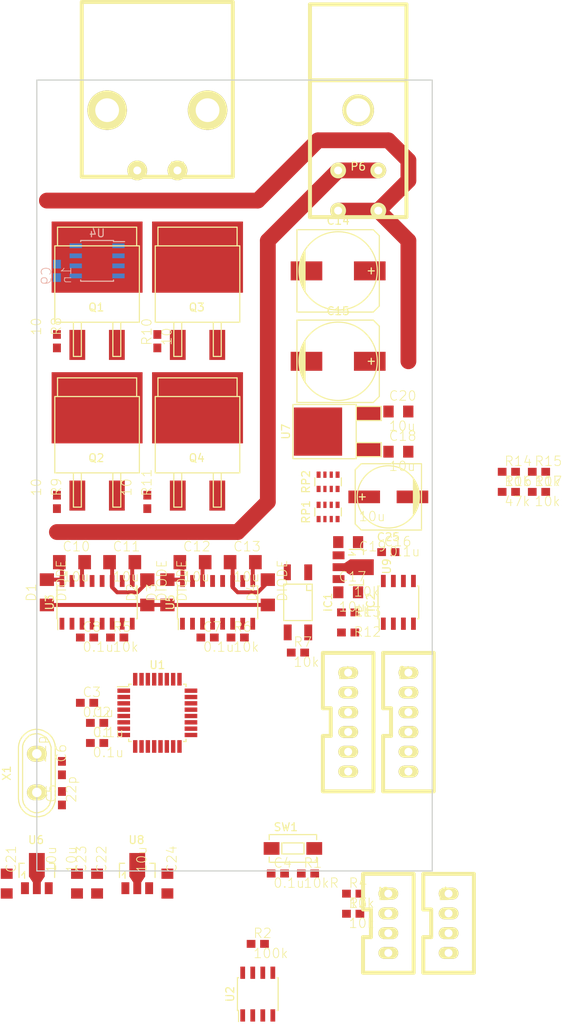
<source format=kicad_pcb>
(kicad_pcb (version 4) (host pcbnew 4.0.3-stable)

  (general
    (links 187)
    (no_connects 170)
    (area -0.075001 -0.075001 50.075001 100.075001)
    (thickness 1.6)
    (drawings 4)
    (tracks 47)
    (zones 0)
    (modules 71)
    (nets 59)
  )

  (page A4)
  (layers
    (0 F.Cu signal)
    (31 B.Cu signal)
    (32 B.Adhes user)
    (33 F.Adhes user)
    (34 B.Paste user)
    (35 F.Paste user)
    (36 B.SilkS user)
    (37 F.SilkS user)
    (38 B.Mask user)
    (39 F.Mask user)
    (40 Dwgs.User user)
    (41 Cmts.User user)
    (42 Eco1.User user)
    (43 Eco2.User user)
    (44 Edge.Cuts user)
    (45 Margin user)
    (46 B.CrtYd user)
    (47 F.CrtYd user)
    (48 B.Fab user)
    (49 F.Fab user)
  )

  (setup
    (last_trace_width 2)
    (user_trace_width 0.2)
    (user_trace_width 0.5)
    (user_trace_width 2)
    (trace_clearance 0.2)
    (zone_clearance 0.508)
    (zone_45_only no)
    (trace_min 0.2)
    (segment_width 0.2)
    (edge_width 0.15)
    (via_size 0.6)
    (via_drill 0.4)
    (via_min_size 0.2)
    (via_min_drill 0.2)
    (user_via 0.3 0.2)
    (user_via 1.2 0.8)
    (uvia_size 0.3)
    (uvia_drill 0.1)
    (uvias_allowed no)
    (uvia_min_size 0.2)
    (uvia_min_drill 0.1)
    (pcb_text_width 0.3)
    (pcb_text_size 1.5 1.5)
    (mod_edge_width 0.15)
    (mod_text_size 1 1)
    (mod_text_width 0.15)
    (pad_size 1.524 1.524)
    (pad_drill 0.762)
    (pad_to_mask_clearance 0.2)
    (aux_axis_origin 0 0)
    (visible_elements 7FFDFFFF)
    (pcbplotparams
      (layerselection 0x00030_80000001)
      (usegerberextensions false)
      (excludeedgelayer true)
      (linewidth 0.100000)
      (plotframeref false)
      (viasonmask false)
      (mode 1)
      (useauxorigin false)
      (hpglpennumber 1)
      (hpglpenspeed 20)
      (hpglpendiameter 15)
      (hpglpenoverlay 2)
      (psnegative false)
      (psa4output false)
      (plotreference true)
      (plotvalue true)
      (plotinvisibletext false)
      (padsonsilk false)
      (subtractmaskfromsilk false)
      (outputformat 1)
      (mirror false)
      (drillshape 1)
      (scaleselection 1)
      (outputdirectory ""))
  )

  (net 0 "")
  (net 1 +3.3V)
  (net 2 GND)
  (net 3 "Net-(C4-Pad2)")
  (net 4 "Net-(C5-Pad1)")
  (net 5 "Net-(C6-Pad1)")
  (net 6 "Net-(P1-Pad4)")
  (net 7 "Net-(P1-Pad3)")
  (net 8 "Net-(C9-Pad1)")
  (net 9 "Net-(C10-Pad1)")
  (net 10 /OUT_A_CS)
  (net 11 "Net-(C11-Pad1)")
  (net 12 GNDPWR)
  (net 13 "Net-(C12-Pad1)")
  (net 14 /OUT_B)
  (net 15 "Net-(C13-Pad1)")
  (net 16 +BATT)
  (net 17 /5V)
  (net 18 /GP_PS)
  (net 19 /GD_PS)
  (net 20 "Net-(IC1-Pad1)")
  (net 21 /USART2_RX)
  (net 22 "Net-(IC2-Pad1)")
  (net 23 "Net-(IC2-Pad2)")
  (net 24 "Net-(IC2-Pad3)")
  (net 25 "Net-(IC2-Pad5)")
  (net 26 "Net-(IC2-Pad6)")
  (net 27 "Net-(IC2-Pad7)")
  (net 28 /SPI1_NSS)
  (net 29 /SPI1_SCK)
  (net 30 /SPI1_MISO)
  (net 31 /SPI1_MOSI)
  (net 32 +12V)
  (net 33 +5V)
  (net 34 /ENC_A)
  (net 35 "Net-(P4-Pad3)")
  (net 36 "Net-(P4-Pad4)")
  (net 37 /OUT_A)
  (net 38 "Net-(Q1-PadG)")
  (net 39 "Net-(Q2-PadG)")
  (net 40 "Net-(Q3-PadG)")
  (net 41 "Net-(Q4-PadG)")
  (net 42 "Net-(R2-Pad2)")
  (net 43 "Net-(R5-Pad1)")
  (net 44 "Net-(R6-Pad1)")
  (net 45 "Net-(R8-Pad2)")
  (net 46 "Net-(R9-Pad2)")
  (net 47 "Net-(R10-Pad2)")
  (net 48 "Net-(R11-Pad2)")
  (net 49 /PWM_A)
  (net 50 /PWM_B)
  (net 51 /~EN)
  (net 52 /CAN_RX)
  (net 53 /CAN_TX)
  (net 54 /USART1_RX)
  (net 55 /USART1_TX)
  (net 56 /5V_SENSE)
  (net 57 /12V_SENSE)
  (net 58 /CURRENT_SENSE)

  (net_class Default "これは標準のネット クラスです。"
    (clearance 0.2)
    (trace_width 0.25)
    (via_dia 0.6)
    (via_drill 0.4)
    (uvia_dia 0.3)
    (uvia_drill 0.1)
    (add_net +12V)
    (add_net +3.3V)
    (add_net +5V)
    (add_net +BATT)
    (add_net /12V_SENSE)
    (add_net /5V)
    (add_net /5V_SENSE)
    (add_net /CAN_RX)
    (add_net /CAN_TX)
    (add_net /CURRENT_SENSE)
    (add_net /ENC_A)
    (add_net /GD_PS)
    (add_net /GP_PS)
    (add_net /OUT_A)
    (add_net /OUT_A_CS)
    (add_net /OUT_B)
    (add_net /PWM_A)
    (add_net /PWM_B)
    (add_net /SPI1_MISO)
    (add_net /SPI1_MOSI)
    (add_net /SPI1_NSS)
    (add_net /SPI1_SCK)
    (add_net /USART1_RX)
    (add_net /USART1_TX)
    (add_net /USART2_RX)
    (add_net /~EN)
    (add_net GND)
    (add_net GNDPWR)
    (add_net "Net-(C10-Pad1)")
    (add_net "Net-(C11-Pad1)")
    (add_net "Net-(C12-Pad1)")
    (add_net "Net-(C13-Pad1)")
    (add_net "Net-(C4-Pad2)")
    (add_net "Net-(C5-Pad1)")
    (add_net "Net-(C6-Pad1)")
    (add_net "Net-(C9-Pad1)")
    (add_net "Net-(IC1-Pad1)")
    (add_net "Net-(IC2-Pad1)")
    (add_net "Net-(IC2-Pad2)")
    (add_net "Net-(IC2-Pad3)")
    (add_net "Net-(IC2-Pad5)")
    (add_net "Net-(IC2-Pad6)")
    (add_net "Net-(IC2-Pad7)")
    (add_net "Net-(P1-Pad3)")
    (add_net "Net-(P1-Pad4)")
    (add_net "Net-(P4-Pad3)")
    (add_net "Net-(P4-Pad4)")
    (add_net "Net-(Q1-PadG)")
    (add_net "Net-(Q2-PadG)")
    (add_net "Net-(Q3-PadG)")
    (add_net "Net-(Q4-PadG)")
    (add_net "Net-(R10-Pad2)")
    (add_net "Net-(R11-Pad2)")
    (add_net "Net-(R2-Pad2)")
    (add_net "Net-(R5-Pad1)")
    (add_net "Net-(R6-Pad1)")
    (add_net "Net-(R8-Pad2)")
    (add_net "Net-(R9-Pad2)")
  )

  (module Resistors_SMD:R_Array_Convex_4x0603 placed (layer F.Cu) (tedit 545388FD) (tstamp 57AC90C7)
    (at 36.83 50.8 90)
    (descr "Chip Resistor Network, ROHM MNR14 (see mnr_g.pdf)")
    (tags "resistor array")
    (path /57AF282E)
    (attr smd)
    (fp_text reference RP2 (at 0 -2.8 90) (layer F.SilkS)
      (effects (font (size 1 1) (thickness 0.15)))
    )
    (fp_text value 2.2k (at 0 2.8 90) (layer F.Fab)
      (effects (font (size 1 1) (thickness 0.15)))
    )
    (fp_line (start -1.55 -1.8) (end 1.55 -1.8) (layer F.CrtYd) (width 0.05))
    (fp_line (start -1.55 1.8) (end 1.55 1.8) (layer F.CrtYd) (width 0.05))
    (fp_line (start -1.55 -1.8) (end -1.55 1.8) (layer F.CrtYd) (width 0.05))
    (fp_line (start 1.55 -1.8) (end 1.55 1.8) (layer F.CrtYd) (width 0.05))
    (fp_line (start 0.5 1.675) (end -0.5 1.675) (layer F.SilkS) (width 0.15))
    (fp_line (start 0.5 -1.675) (end -0.5 -1.675) (layer F.SilkS) (width 0.15))
    (pad 1 smd rect (at -0.9 -1.2 90) (size 0.8 0.5) (layers F.Cu F.Paste F.Mask)
      (net 25 "Net-(IC2-Pad5)"))
    (pad 3 smd rect (at -0.9 0.4 90) (size 0.8 0.4) (layers F.Cu F.Paste F.Mask)
      (net 27 "Net-(IC2-Pad7)"))
    (pad 2 smd rect (at -0.9 -0.4 90) (size 0.8 0.4) (layers F.Cu F.Paste F.Mask)
      (net 26 "Net-(IC2-Pad6)"))
    (pad 4 smd rect (at -0.9 1.2 90) (size 0.8 0.5) (layers F.Cu F.Paste F.Mask)
      (net 23 "Net-(IC2-Pad2)"))
    (pad 7 smd rect (at 0.9 -0.4 90) (size 0.8 0.4) (layers F.Cu F.Paste F.Mask)
      (net 12 GNDPWR))
    (pad 8 smd rect (at 0.9 -1.2 90) (size 0.8 0.5) (layers F.Cu F.Paste F.Mask)
      (net 12 GNDPWR))
    (pad 6 smd rect (at 0.9 0.4 90) (size 0.8 0.4) (layers F.Cu F.Paste F.Mask)
      (net 12 GNDPWR))
    (pad 5 smd rect (at 0.9 1.2 90) (size 0.8 0.5) (layers F.Cu F.Paste F.Mask)
      (net 12 GNDPWR))
    (model Resistors_SMD.3dshapes/R_Array_Convex_4x0603.wrl
      (at (xyz 0 0 0))
      (scale (xyz 1 1 1))
      (rotate (xyz 0 0 0))
    )
  )

  (module Housings_QFP:TQFP-32_7x7mm_Pitch0.8mm placed (layer F.Cu) (tedit 54130A77) (tstamp 57AB23A7)
    (at 15.24 80.01)
    (descr "32-Lead Plastic Thin Quad Flatpack (PT) - 7x7x1.0 mm Body, 2.00 mm [TQFP] (see Microchip Packaging Specification 00000049BS.pdf)")
    (tags "QFP 0.8")
    (path /57AB21B2)
    (attr smd)
    (fp_text reference U1 (at 0 -6.05) (layer F.SilkS)
      (effects (font (size 1 1) (thickness 0.15)))
    )
    (fp_text value STM32F303K8 (at 0 6.05) (layer F.Fab)
      (effects (font (size 1 1) (thickness 0.15)))
    )
    (fp_line (start -5.3 -5.3) (end -5.3 5.3) (layer F.CrtYd) (width 0.05))
    (fp_line (start 5.3 -5.3) (end 5.3 5.3) (layer F.CrtYd) (width 0.05))
    (fp_line (start -5.3 -5.3) (end 5.3 -5.3) (layer F.CrtYd) (width 0.05))
    (fp_line (start -5.3 5.3) (end 5.3 5.3) (layer F.CrtYd) (width 0.05))
    (fp_line (start -3.625 -3.625) (end -3.625 -3.3) (layer F.SilkS) (width 0.15))
    (fp_line (start 3.625 -3.625) (end 3.625 -3.3) (layer F.SilkS) (width 0.15))
    (fp_line (start 3.625 3.625) (end 3.625 3.3) (layer F.SilkS) (width 0.15))
    (fp_line (start -3.625 3.625) (end -3.625 3.3) (layer F.SilkS) (width 0.15))
    (fp_line (start -3.625 -3.625) (end -3.3 -3.625) (layer F.SilkS) (width 0.15))
    (fp_line (start -3.625 3.625) (end -3.3 3.625) (layer F.SilkS) (width 0.15))
    (fp_line (start 3.625 3.625) (end 3.3 3.625) (layer F.SilkS) (width 0.15))
    (fp_line (start 3.625 -3.625) (end 3.3 -3.625) (layer F.SilkS) (width 0.15))
    (fp_line (start -3.625 -3.3) (end -5.05 -3.3) (layer F.SilkS) (width 0.15))
    (pad 1 smd rect (at -4.25 -2.8) (size 1.6 0.55) (layers F.Cu F.Paste F.Mask)
      (net 1 +3.3V))
    (pad 2 smd rect (at -4.25 -2) (size 1.6 0.55) (layers F.Cu F.Paste F.Mask)
      (net 5 "Net-(C6-Pad1)"))
    (pad 3 smd rect (at -4.25 -1.2) (size 1.6 0.55) (layers F.Cu F.Paste F.Mask)
      (net 4 "Net-(C5-Pad1)"))
    (pad 4 smd rect (at -4.25 -0.4) (size 1.6 0.55) (layers F.Cu F.Paste F.Mask)
      (net 3 "Net-(C4-Pad2)"))
    (pad 5 smd rect (at -4.25 0.4) (size 1.6 0.55) (layers F.Cu F.Paste F.Mask)
      (net 1 +3.3V))
    (pad 6 smd rect (at -4.25 1.2) (size 1.6 0.55) (layers F.Cu F.Paste F.Mask)
      (net 49 /PWM_A))
    (pad 7 smd rect (at -4.25 2) (size 1.6 0.55) (layers F.Cu F.Paste F.Mask)
      (net 50 /PWM_B))
    (pad 8 smd rect (at -4.25 2.8) (size 1.6 0.55) (layers F.Cu F.Paste F.Mask))
    (pad 9 smd rect (at -2.8 4.25 90) (size 1.6 0.55) (layers F.Cu F.Paste F.Mask)
      (net 21 /USART2_RX))
    (pad 10 smd rect (at -2 4.25 90) (size 1.6 0.55) (layers F.Cu F.Paste F.Mask)
      (net 58 /CURRENT_SENSE))
    (pad 11 smd rect (at -1.2 4.25 90) (size 1.6 0.55) (layers F.Cu F.Paste F.Mask)
      (net 57 /12V_SENSE))
    (pad 12 smd rect (at -0.4 4.25 90) (size 1.6 0.55) (layers F.Cu F.Paste F.Mask)
      (net 34 /ENC_A))
    (pad 13 smd rect (at 0.4 4.25 90) (size 1.6 0.55) (layers F.Cu F.Paste F.Mask))
    (pad 14 smd rect (at 1.2 4.25 90) (size 1.6 0.55) (layers F.Cu F.Paste F.Mask)
      (net 56 /5V_SENSE))
    (pad 15 smd rect (at 2 4.25 90) (size 1.6 0.55) (layers F.Cu F.Paste F.Mask))
    (pad 16 smd rect (at 2.8 4.25 90) (size 1.6 0.55) (layers F.Cu F.Paste F.Mask)
      (net 2 GND))
    (pad 17 smd rect (at 4.25 2.8) (size 1.6 0.55) (layers F.Cu F.Paste F.Mask)
      (net 1 +3.3V))
    (pad 18 smd rect (at 4.25 2) (size 1.6 0.55) (layers F.Cu F.Paste F.Mask))
    (pad 19 smd rect (at 4.25 1.2) (size 1.6 0.55) (layers F.Cu F.Paste F.Mask))
    (pad 20 smd rect (at 4.25 0.4) (size 1.6 0.55) (layers F.Cu F.Paste F.Mask)
      (net 51 /~EN))
    (pad 21 smd rect (at 4.25 -0.4) (size 1.6 0.55) (layers F.Cu F.Paste F.Mask)
      (net 52 /CAN_RX))
    (pad 22 smd rect (at 4.25 -1.2) (size 1.6 0.55) (layers F.Cu F.Paste F.Mask)
      (net 53 /CAN_TX))
    (pad 23 smd rect (at 4.25 -2) (size 1.6 0.55) (layers F.Cu F.Paste F.Mask)
      (net 6 "Net-(P1-Pad4)"))
    (pad 24 smd rect (at 4.25 -2.8) (size 1.6 0.55) (layers F.Cu F.Paste F.Mask)
      (net 7 "Net-(P1-Pad3)"))
    (pad 25 smd rect (at 2.8 -4.25 90) (size 1.6 0.55) (layers F.Cu F.Paste F.Mask)
      (net 28 /SPI1_NSS))
    (pad 26 smd rect (at 2 -4.25 90) (size 1.6 0.55) (layers F.Cu F.Paste F.Mask)
      (net 29 /SPI1_SCK))
    (pad 27 smd rect (at 1.2 -4.25 90) (size 1.6 0.55) (layers F.Cu F.Paste F.Mask)
      (net 30 /SPI1_MISO))
    (pad 28 smd rect (at 0.4 -4.25 90) (size 1.6 0.55) (layers F.Cu F.Paste F.Mask)
      (net 31 /SPI1_MOSI))
    (pad 29 smd rect (at -0.4 -4.25 90) (size 1.6 0.55) (layers F.Cu F.Paste F.Mask)
      (net 55 /USART1_TX))
    (pad 30 smd rect (at -1.2 -4.25 90) (size 1.6 0.55) (layers F.Cu F.Paste F.Mask)
      (net 54 /USART1_RX))
    (pad 31 smd rect (at -2 -4.25 90) (size 1.6 0.55) (layers F.Cu F.Paste F.Mask)
      (net 2 GND))
    (pad 32 smd rect (at -2.8 -4.25 90) (size 1.6 0.55) (layers F.Cu F.Paste F.Mask)
      (net 2 GND))
    (model Housings_QFP.3dshapes/TQFP-32_7x7mm_Pitch0.8mm.wrl
      (at (xyz 0 0 0))
      (scale (xyz 1 1 1))
      (rotate (xyz 0 0 0))
    )
  )

  (module RP_KiCAD_Libs:C1608 placed (layer F.Cu) (tedit 0) (tstamp 57AB2351)
    (at 7.62 83.82)
    (descr <b>CAPACITOR</b>)
    (path /57AB3015)
    (fp_text reference C1 (at -0.635 -0.635) (layer F.SilkS)
      (effects (font (size 1.2065 1.2065) (thickness 0.1016)) (justify left bottom))
    )
    (fp_text value 0.1u (at -0.635 1.905) (layer F.SilkS)
      (effects (font (size 1.2065 1.2065) (thickness 0.1016)) (justify left bottom))
    )
    (fp_line (start -0.356 -0.432) (end 0.356 -0.432) (layer Dwgs.User) (width 0.1016))
    (fp_line (start -0.356 0.419) (end 0.356 0.419) (layer Dwgs.User) (width 0.1016))
    (fp_poly (pts (xy -0.8382 0.4699) (xy -0.3381 0.4699) (xy -0.3381 -0.4801) (xy -0.8382 -0.4801)) (layer Dwgs.User) (width 0))
    (fp_poly (pts (xy 0.3302 0.4699) (xy 0.8303 0.4699) (xy 0.8303 -0.4801) (xy 0.3302 -0.4801)) (layer Dwgs.User) (width 0))
    (fp_poly (pts (xy -0.1999 0.3) (xy 0.1999 0.3) (xy 0.1999 -0.3) (xy -0.1999 -0.3)) (layer F.Adhes) (width 0))
    (pad 1 smd rect (at -0.85 0) (size 1.1 1) (layers F.Cu F.Paste F.Mask)
      (net 1 +3.3V))
    (pad 2 smd rect (at 0.85 0) (size 1.1 1) (layers F.Cu F.Paste F.Mask)
      (net 2 GND))
    (model Resistors_SMD.3dshapes/R_0603.wrl
      (at (xyz 0 0 0))
      (scale (xyz 1 1 1))
      (rotate (xyz 0 0 0))
    )
  )

  (module RP_KiCAD_Libs:C1608 placed (layer F.Cu) (tedit 0) (tstamp 57AB2357)
    (at 7.62 81.28)
    (descr <b>CAPACITOR</b>)
    (path /57AB2E59)
    (fp_text reference C2 (at -0.635 -0.635) (layer F.SilkS)
      (effects (font (size 1.2065 1.2065) (thickness 0.1016)) (justify left bottom))
    )
    (fp_text value 0.1u (at -0.635 1.905) (layer F.SilkS)
      (effects (font (size 1.2065 1.2065) (thickness 0.1016)) (justify left bottom))
    )
    (fp_line (start -0.356 -0.432) (end 0.356 -0.432) (layer Dwgs.User) (width 0.1016))
    (fp_line (start -0.356 0.419) (end 0.356 0.419) (layer Dwgs.User) (width 0.1016))
    (fp_poly (pts (xy -0.8382 0.4699) (xy -0.3381 0.4699) (xy -0.3381 -0.4801) (xy -0.8382 -0.4801)) (layer Dwgs.User) (width 0))
    (fp_poly (pts (xy 0.3302 0.4699) (xy 0.8303 0.4699) (xy 0.8303 -0.4801) (xy 0.3302 -0.4801)) (layer Dwgs.User) (width 0))
    (fp_poly (pts (xy -0.1999 0.3) (xy 0.1999 0.3) (xy 0.1999 -0.3) (xy -0.1999 -0.3)) (layer F.Adhes) (width 0))
    (pad 1 smd rect (at -0.85 0) (size 1.1 1) (layers F.Cu F.Paste F.Mask)
      (net 1 +3.3V))
    (pad 2 smd rect (at 0.85 0) (size 1.1 1) (layers F.Cu F.Paste F.Mask)
      (net 2 GND))
    (model Resistors_SMD.3dshapes/R_0603.wrl
      (at (xyz 0 0 0))
      (scale (xyz 1 1 1))
      (rotate (xyz 0 0 0))
    )
  )

  (module RP_KiCAD_Libs:C1608 placed (layer F.Cu) (tedit 0) (tstamp 57AB235D)
    (at 6.35 78.74)
    (descr <b>CAPACITOR</b>)
    (path /57AB2FA9)
    (fp_text reference C3 (at -0.635 -0.635) (layer F.SilkS)
      (effects (font (size 1.2065 1.2065) (thickness 0.1016)) (justify left bottom))
    )
    (fp_text value 0.1u (at -0.635 1.905) (layer F.SilkS)
      (effects (font (size 1.2065 1.2065) (thickness 0.1016)) (justify left bottom))
    )
    (fp_line (start -0.356 -0.432) (end 0.356 -0.432) (layer Dwgs.User) (width 0.1016))
    (fp_line (start -0.356 0.419) (end 0.356 0.419) (layer Dwgs.User) (width 0.1016))
    (fp_poly (pts (xy -0.8382 0.4699) (xy -0.3381 0.4699) (xy -0.3381 -0.4801) (xy -0.8382 -0.4801)) (layer Dwgs.User) (width 0))
    (fp_poly (pts (xy 0.3302 0.4699) (xy 0.8303 0.4699) (xy 0.8303 -0.4801) (xy 0.3302 -0.4801)) (layer Dwgs.User) (width 0))
    (fp_poly (pts (xy -0.1999 0.3) (xy 0.1999 0.3) (xy 0.1999 -0.3) (xy -0.1999 -0.3)) (layer F.Adhes) (width 0))
    (pad 1 smd rect (at -0.85 0) (size 1.1 1) (layers F.Cu F.Paste F.Mask)
      (net 1 +3.3V))
    (pad 2 smd rect (at 0.85 0) (size 1.1 1) (layers F.Cu F.Paste F.Mask)
      (net 2 GND))
    (model Resistors_SMD.3dshapes/R_0603.wrl
      (at (xyz 0 0 0))
      (scale (xyz 1 1 1))
      (rotate (xyz 0 0 0))
    )
  )

  (module RP_KiCAD_Libs:C1608 placed (layer F.Cu) (tedit 0) (tstamp 57AB2363)
    (at 30.48 100.33)
    (descr <b>CAPACITOR</b>)
    (path /57AB273C)
    (fp_text reference C4 (at -0.635 -0.635) (layer F.SilkS)
      (effects (font (size 1.2065 1.2065) (thickness 0.1016)) (justify left bottom))
    )
    (fp_text value 0.1u (at -0.635 1.905) (layer F.SilkS)
      (effects (font (size 1.2065 1.2065) (thickness 0.1016)) (justify left bottom))
    )
    (fp_line (start -0.356 -0.432) (end 0.356 -0.432) (layer Dwgs.User) (width 0.1016))
    (fp_line (start -0.356 0.419) (end 0.356 0.419) (layer Dwgs.User) (width 0.1016))
    (fp_poly (pts (xy -0.8382 0.4699) (xy -0.3381 0.4699) (xy -0.3381 -0.4801) (xy -0.8382 -0.4801)) (layer Dwgs.User) (width 0))
    (fp_poly (pts (xy 0.3302 0.4699) (xy 0.8303 0.4699) (xy 0.8303 -0.4801) (xy 0.3302 -0.4801)) (layer Dwgs.User) (width 0))
    (fp_poly (pts (xy -0.1999 0.3) (xy 0.1999 0.3) (xy 0.1999 -0.3) (xy -0.1999 -0.3)) (layer F.Adhes) (width 0))
    (pad 1 smd rect (at -0.85 0) (size 1.1 1) (layers F.Cu F.Paste F.Mask)
      (net 2 GND))
    (pad 2 smd rect (at 0.85 0) (size 1.1 1) (layers F.Cu F.Paste F.Mask)
      (net 3 "Net-(C4-Pad2)"))
    (model Resistors_SMD.3dshapes/R_0603.wrl
      (at (xyz 0 0 0))
      (scale (xyz 1 1 1))
      (rotate (xyz 0 0 0))
    )
  )

  (module RP_KiCAD_Libs:C1608 placed (layer F.Cu) (tedit 0) (tstamp 57AB2369)
    (at 3.175 90.805 90)
    (descr <b>CAPACITOR</b>)
    (path /57AB228E)
    (fp_text reference C5 (at -0.635 -0.635 90) (layer F.SilkS)
      (effects (font (size 1.2065 1.2065) (thickness 0.1016)) (justify left bottom))
    )
    (fp_text value 22p (at -0.635 1.905 90) (layer F.SilkS)
      (effects (font (size 1.2065 1.2065) (thickness 0.1016)) (justify left bottom))
    )
    (fp_line (start -0.356 -0.432) (end 0.356 -0.432) (layer Dwgs.User) (width 0.1016))
    (fp_line (start -0.356 0.419) (end 0.356 0.419) (layer Dwgs.User) (width 0.1016))
    (fp_poly (pts (xy -0.8382 0.4699) (xy -0.3381 0.4699) (xy -0.3381 -0.4801) (xy -0.8382 -0.4801)) (layer Dwgs.User) (width 0))
    (fp_poly (pts (xy 0.3302 0.4699) (xy 0.8303 0.4699) (xy 0.8303 -0.4801) (xy 0.3302 -0.4801)) (layer Dwgs.User) (width 0))
    (fp_poly (pts (xy -0.1999 0.3) (xy 0.1999 0.3) (xy 0.1999 -0.3) (xy -0.1999 -0.3)) (layer F.Adhes) (width 0))
    (pad 1 smd rect (at -0.85 0 90) (size 1.1 1) (layers F.Cu F.Paste F.Mask)
      (net 4 "Net-(C5-Pad1)"))
    (pad 2 smd rect (at 0.85 0 90) (size 1.1 1) (layers F.Cu F.Paste F.Mask)
      (net 2 GND))
    (model Resistors_SMD.3dshapes/R_0603.wrl
      (at (xyz 0 0 0))
      (scale (xyz 1 1 1))
      (rotate (xyz 0 0 0))
    )
  )

  (module RP_KiCAD_Libs:C1608 placed (layer F.Cu) (tedit 0) (tstamp 57AB236F)
    (at 3.175 86.995 270)
    (descr <b>CAPACITOR</b>)
    (path /57AB22D5)
    (fp_text reference C6 (at -0.635 -0.635 270) (layer F.SilkS)
      (effects (font (size 1.2065 1.2065) (thickness 0.1016)) (justify left bottom))
    )
    (fp_text value 22p (at -0.635 1.905 270) (layer F.SilkS)
      (effects (font (size 1.2065 1.2065) (thickness 0.1016)) (justify left bottom))
    )
    (fp_line (start -0.356 -0.432) (end 0.356 -0.432) (layer Dwgs.User) (width 0.1016))
    (fp_line (start -0.356 0.419) (end 0.356 0.419) (layer Dwgs.User) (width 0.1016))
    (fp_poly (pts (xy -0.8382 0.4699) (xy -0.3381 0.4699) (xy -0.3381 -0.4801) (xy -0.8382 -0.4801)) (layer Dwgs.User) (width 0))
    (fp_poly (pts (xy 0.3302 0.4699) (xy 0.8303 0.4699) (xy 0.8303 -0.4801) (xy 0.3302 -0.4801)) (layer Dwgs.User) (width 0))
    (fp_poly (pts (xy -0.1999 0.3) (xy 0.1999 0.3) (xy 0.1999 -0.3) (xy -0.1999 -0.3)) (layer F.Adhes) (width 0))
    (pad 1 smd rect (at -0.85 0 270) (size 1.1 1) (layers F.Cu F.Paste F.Mask)
      (net 5 "Net-(C6-Pad1)"))
    (pad 2 smd rect (at 0.85 0 270) (size 1.1 1) (layers F.Cu F.Paste F.Mask)
      (net 2 GND))
    (model Resistors_SMD.3dshapes/R_0603.wrl
      (at (xyz 0 0 0))
      (scale (xyz 1 1 1))
      (rotate (xyz 0 0 0))
    )
  )

  (module RP_KiCAD_Libs:C1608 placed (layer F.Cu) (tedit 0) (tstamp 57AB237D)
    (at 34.29 100.33)
    (descr <b>CAPACITOR</b>)
    (path /57AB2562)
    (fp_text reference R1 (at -0.635 -0.635) (layer F.SilkS)
      (effects (font (size 1.2065 1.2065) (thickness 0.1016)) (justify left bottom))
    )
    (fp_text value 10kR (at -0.635 1.905) (layer F.SilkS)
      (effects (font (size 1.2065 1.2065) (thickness 0.1016)) (justify left bottom))
    )
    (fp_line (start -0.356 -0.432) (end 0.356 -0.432) (layer Dwgs.User) (width 0.1016))
    (fp_line (start -0.356 0.419) (end 0.356 0.419) (layer Dwgs.User) (width 0.1016))
    (fp_poly (pts (xy -0.8382 0.4699) (xy -0.3381 0.4699) (xy -0.3381 -0.4801) (xy -0.8382 -0.4801)) (layer Dwgs.User) (width 0))
    (fp_poly (pts (xy 0.3302 0.4699) (xy 0.8303 0.4699) (xy 0.8303 -0.4801) (xy 0.3302 -0.4801)) (layer Dwgs.User) (width 0))
    (fp_poly (pts (xy -0.1999 0.3) (xy 0.1999 0.3) (xy 0.1999 -0.3) (xy -0.1999 -0.3)) (layer F.Adhes) (width 0))
    (pad 1 smd rect (at -0.85 0) (size 1.1 1) (layers F.Cu F.Paste F.Mask)
      (net 3 "Net-(C4-Pad2)"))
    (pad 2 smd rect (at 0.85 0) (size 1.1 1) (layers F.Cu F.Paste F.Mask)
      (net 1 +3.3V))
    (model Resistors_SMD.3dshapes/R_0603.wrl
      (at (xyz 0 0 0))
      (scale (xyz 1 1 1))
      (rotate (xyz 0 0 0))
    )
  )

  (module Buttons_Switches_SMD:SW_SPST_EVQPE1 placed (layer F.Cu) (tedit 55DB43C0) (tstamp 57AB2383)
    (at 32.385 97.155)
    (descr "Light Touch Switch")
    (path /57AB2681)
    (attr smd)
    (fp_text reference SW1 (at -0.9 -2.7) (layer F.SilkS)
      (effects (font (size 1 1) (thickness 0.15)))
    )
    (fp_text value SW_PUSH (at 0 0) (layer F.Fab)
      (effects (font (size 1 1) (thickness 0.15)))
    )
    (fp_line (start -1.4 -0.7) (end 1.4 -0.7) (layer F.SilkS) (width 0.15))
    (fp_line (start 1.4 -0.7) (end 1.4 0.7) (layer F.SilkS) (width 0.15))
    (fp_line (start 1.4 0.7) (end -1.4 0.7) (layer F.SilkS) (width 0.15))
    (fp_line (start -1.4 0.7) (end -1.4 -0.7) (layer F.SilkS) (width 0.15))
    (fp_line (start -3.95 -2) (end 3.95 -2) (layer F.CrtYd) (width 0.05))
    (fp_line (start 3.95 -2) (end 3.95 2) (layer F.CrtYd) (width 0.05))
    (fp_line (start 3.95 2) (end -3.95 2) (layer F.CrtYd) (width 0.05))
    (fp_line (start -3.95 2) (end -3.95 -2) (layer F.CrtYd) (width 0.05))
    (fp_line (start 3 -1.75) (end 3 -1.1) (layer F.SilkS) (width 0.15))
    (fp_line (start 3 1.75) (end 3 1.1) (layer F.SilkS) (width 0.15))
    (fp_line (start -3 1.1) (end -3 1.75) (layer F.SilkS) (width 0.15))
    (fp_line (start -3 -1.75) (end -3 -1.1) (layer F.SilkS) (width 0.15))
    (fp_line (start 3 -1.75) (end -3 -1.75) (layer F.SilkS) (width 0.15))
    (fp_line (start -3 1.75) (end 3 1.75) (layer F.SilkS) (width 0.15))
    (pad 2 smd rect (at 2.7 0) (size 2 1.6) (layers F.Cu F.Paste F.Mask)
      (net 3 "Net-(C4-Pad2)"))
    (pad 1 smd rect (at -2.7 0) (size 2 1.6) (layers F.Cu F.Paste F.Mask)
      (net 2 GND))
  )

  (module Crystals:Crystal_HC50-U_Vertical placed (layer F.Cu) (tedit 0) (tstamp 57AB23AD)
    (at 0 87.63 90)
    (descr "Crystal, Quarz, HC50/U, vertical, stehend,")
    (tags "Crystal, Quarz, HC50/U, vertical, stehend,")
    (path /57AB2209)
    (fp_text reference X1 (at 0 -3.81 90) (layer F.SilkS)
      (effects (font (size 1 1) (thickness 0.15)))
    )
    (fp_text value CRYSTAL (at 0 3.81 90) (layer F.Fab)
      (effects (font (size 1 1) (thickness 0.15)))
    )
    (fp_line (start 4.699 -1.00076) (end 4.89966 -0.59944) (layer F.SilkS) (width 0.15))
    (fp_line (start 4.89966 -0.59944) (end 5.00126 0) (layer F.SilkS) (width 0.15))
    (fp_line (start 5.00126 0) (end 4.89966 0.50038) (layer F.SilkS) (width 0.15))
    (fp_line (start 4.89966 0.50038) (end 4.50088 1.19888) (layer F.SilkS) (width 0.15))
    (fp_line (start 4.50088 1.19888) (end 3.8989 1.6002) (layer F.SilkS) (width 0.15))
    (fp_line (start 3.8989 1.6002) (end 3.29946 1.80086) (layer F.SilkS) (width 0.15))
    (fp_line (start 3.29946 1.80086) (end -3.29946 1.80086) (layer F.SilkS) (width 0.15))
    (fp_line (start -3.29946 1.80086) (end -4.0005 1.6002) (layer F.SilkS) (width 0.15))
    (fp_line (start -4.0005 1.6002) (end -4.39928 1.30048) (layer F.SilkS) (width 0.15))
    (fp_line (start -4.39928 1.30048) (end -4.8006 0.8001) (layer F.SilkS) (width 0.15))
    (fp_line (start -4.8006 0.8001) (end -5.00126 0.20066) (layer F.SilkS) (width 0.15))
    (fp_line (start -5.00126 0.20066) (end -5.00126 -0.29972) (layer F.SilkS) (width 0.15))
    (fp_line (start -5.00126 -0.29972) (end -4.8006 -0.8001) (layer F.SilkS) (width 0.15))
    (fp_line (start -4.8006 -0.8001) (end -4.30022 -1.39954) (layer F.SilkS) (width 0.15))
    (fp_line (start -4.30022 -1.39954) (end -3.79984 -1.69926) (layer F.SilkS) (width 0.15))
    (fp_line (start -3.79984 -1.69926) (end -3.29946 -1.80086) (layer F.SilkS) (width 0.15))
    (fp_line (start -3.2004 -1.80086) (end 3.40106 -1.80086) (layer F.SilkS) (width 0.15))
    (fp_line (start 3.40106 -1.80086) (end 3.79984 -1.69926) (layer F.SilkS) (width 0.15))
    (fp_line (start 3.79984 -1.69926) (end 4.30022 -1.39954) (layer F.SilkS) (width 0.15))
    (fp_line (start 4.30022 -1.39954) (end 4.8006 -0.89916) (layer F.SilkS) (width 0.15))
    (fp_line (start -3.19024 -2.32918) (end -3.64998 -2.28092) (layer F.SilkS) (width 0.15))
    (fp_line (start -3.64998 -2.28092) (end -4.04876 -2.16916) (layer F.SilkS) (width 0.15))
    (fp_line (start -4.04876 -2.16916) (end -4.48056 -1.95072) (layer F.SilkS) (width 0.15))
    (fp_line (start -4.48056 -1.95072) (end -4.77012 -1.71958) (layer F.SilkS) (width 0.15))
    (fp_line (start -4.77012 -1.71958) (end -5.10032 -1.36906) (layer F.SilkS) (width 0.15))
    (fp_line (start -5.10032 -1.36906) (end -5.38988 -0.83058) (layer F.SilkS) (width 0.15))
    (fp_line (start -5.38988 -0.83058) (end -5.51942 -0.23114) (layer F.SilkS) (width 0.15))
    (fp_line (start -5.51942 -0.23114) (end -5.51942 0.2794) (layer F.SilkS) (width 0.15))
    (fp_line (start -5.51942 0.2794) (end -5.34924 0.98044) (layer F.SilkS) (width 0.15))
    (fp_line (start -5.34924 0.98044) (end -4.95046 1.56972) (layer F.SilkS) (width 0.15))
    (fp_line (start -4.95046 1.56972) (end -4.49072 1.94056) (layer F.SilkS) (width 0.15))
    (fp_line (start -4.49072 1.94056) (end -4.06908 2.14884) (layer F.SilkS) (width 0.15))
    (fp_line (start -4.06908 2.14884) (end -3.6195 2.30886) (layer F.SilkS) (width 0.15))
    (fp_line (start -3.6195 2.30886) (end -3.18008 2.33934) (layer F.SilkS) (width 0.15))
    (fp_line (start 4.16052 2.1209) (end 4.53898 1.89992) (layer F.SilkS) (width 0.15))
    (fp_line (start 4.53898 1.89992) (end 4.85902 1.62052) (layer F.SilkS) (width 0.15))
    (fp_line (start 4.85902 1.62052) (end 5.11048 1.29032) (layer F.SilkS) (width 0.15))
    (fp_line (start 5.11048 1.29032) (end 5.4102 0.73914) (layer F.SilkS) (width 0.15))
    (fp_line (start 5.4102 0.73914) (end 5.51942 0.26924) (layer F.SilkS) (width 0.15))
    (fp_line (start 5.51942 0.26924) (end 5.53974 -0.1905) (layer F.SilkS) (width 0.15))
    (fp_line (start 5.53974 -0.1905) (end 5.45084 -0.65024) (layer F.SilkS) (width 0.15))
    (fp_line (start 5.45084 -0.65024) (end 5.26034 -1.09982) (layer F.SilkS) (width 0.15))
    (fp_line (start 5.26034 -1.09982) (end 4.89966 -1.56972) (layer F.SilkS) (width 0.15))
    (fp_line (start 4.89966 -1.56972) (end 4.54914 -1.88976) (layer F.SilkS) (width 0.15))
    (fp_line (start 4.54914 -1.88976) (end 4.16052 -2.1209) (layer F.SilkS) (width 0.15))
    (fp_line (start 4.16052 -2.1209) (end 3.73126 -2.2606) (layer F.SilkS) (width 0.15))
    (fp_line (start 3.73126 -2.2606) (end 3.2893 -2.32918) (layer F.SilkS) (width 0.15))
    (fp_line (start -3.2004 2.32918) (end 3.2512 2.32918) (layer F.SilkS) (width 0.15))
    (fp_line (start 3.2512 2.32918) (end 3.6703 2.29108) (layer F.SilkS) (width 0.15))
    (fp_line (start 3.6703 2.29108) (end 4.16052 2.1209) (layer F.SilkS) (width 0.15))
    (fp_line (start -3.2004 -2.32918) (end 3.2512 -2.32918) (layer F.SilkS) (width 0.15))
    (pad 1 thru_hole oval (at -2.44094 0 90) (size 1.99898 2.49936) (drill 1.19888) (layers *.Cu *.Mask F.SilkS)
      (net 4 "Net-(C5-Pad1)"))
    (pad 2 thru_hole oval (at 2.44094 0 90) (size 1.99898 2.49936) (drill 1.19888) (layers *.Cu *.Mask F.SilkS)
      (net 5 "Net-(C6-Pad1)"))
  )

  (module RP_KiCAD_Libs:C1608 placed (layer F.Cu) (tedit 0) (tstamp 57AC8EE6)
    (at 21.59 70.485)
    (descr <b>CAPACITOR</b>)
    (path /57ACF7D7)
    (fp_text reference C7 (at -0.635 -0.635) (layer F.SilkS)
      (effects (font (size 1.2065 1.2065) (thickness 0.1016)) (justify left bottom))
    )
    (fp_text value 0.1u (at -0.635 1.905) (layer F.SilkS)
      (effects (font (size 1.2065 1.2065) (thickness 0.1016)) (justify left bottom))
    )
    (fp_line (start -0.356 -0.432) (end 0.356 -0.432) (layer Dwgs.User) (width 0.1016))
    (fp_line (start -0.356 0.419) (end 0.356 0.419) (layer Dwgs.User) (width 0.1016))
    (fp_poly (pts (xy -0.8382 0.4699) (xy -0.3381 0.4699) (xy -0.3381 -0.4801) (xy -0.8382 -0.4801)) (layer Dwgs.User) (width 0))
    (fp_poly (pts (xy 0.3302 0.4699) (xy 0.8303 0.4699) (xy 0.8303 -0.4801) (xy 0.3302 -0.4801)) (layer Dwgs.User) (width 0))
    (fp_poly (pts (xy -0.1999 0.3) (xy 0.1999 0.3) (xy 0.1999 -0.3) (xy -0.1999 -0.3)) (layer F.Adhes) (width 0))
    (pad 1 smd rect (at -0.85 0) (size 1.1 1) (layers F.Cu F.Paste F.Mask)
      (net 1 +3.3V))
    (pad 2 smd rect (at 0.85 0) (size 1.1 1) (layers F.Cu F.Paste F.Mask)
      (net 2 GND))
    (model Resistors_SMD.3dshapes/R_0603.wrl
      (at (xyz 0 0 0))
      (scale (xyz 1 1 1))
      (rotate (xyz 0 0 0))
    )
  )

  (module RP_KiCAD_Libs:C1608 placed (layer F.Cu) (tedit 0) (tstamp 57AC8EF1)
    (at 6.35 70.485)
    (descr <b>CAPACITOR</b>)
    (path /57ACF87D)
    (fp_text reference C8 (at -0.635 -0.635) (layer F.SilkS)
      (effects (font (size 1.2065 1.2065) (thickness 0.1016)) (justify left bottom))
    )
    (fp_text value 0.1u (at -0.635 1.905) (layer F.SilkS)
      (effects (font (size 1.2065 1.2065) (thickness 0.1016)) (justify left bottom))
    )
    (fp_line (start -0.356 -0.432) (end 0.356 -0.432) (layer Dwgs.User) (width 0.1016))
    (fp_line (start -0.356 0.419) (end 0.356 0.419) (layer Dwgs.User) (width 0.1016))
    (fp_poly (pts (xy -0.8382 0.4699) (xy -0.3381 0.4699) (xy -0.3381 -0.4801) (xy -0.8382 -0.4801)) (layer Dwgs.User) (width 0))
    (fp_poly (pts (xy 0.3302 0.4699) (xy 0.8303 0.4699) (xy 0.8303 -0.4801) (xy 0.3302 -0.4801)) (layer Dwgs.User) (width 0))
    (fp_poly (pts (xy -0.1999 0.3) (xy 0.1999 0.3) (xy 0.1999 -0.3) (xy -0.1999 -0.3)) (layer F.Adhes) (width 0))
    (pad 1 smd rect (at -0.85 0) (size 1.1 1) (layers F.Cu F.Paste F.Mask)
      (net 1 +3.3V))
    (pad 2 smd rect (at 0.85 0) (size 1.1 1) (layers F.Cu F.Paste F.Mask)
      (net 2 GND))
    (model Resistors_SMD.3dshapes/R_0603.wrl
      (at (xyz 0 0 0))
      (scale (xyz 1 1 1))
      (rotate (xyz 0 0 0))
    )
  )

  (module RP_KiCAD_Libs:C1608 placed (layer B.Cu) (tedit 0) (tstamp 57AC8EFC)
    (at 2.54 24.13 270)
    (descr <b>CAPACITOR</b>)
    (path /57ACC051)
    (fp_text reference C9 (at -0.635 0.635 270) (layer B.SilkS)
      (effects (font (size 1.2065 1.2065) (thickness 0.1016)) (justify left bottom mirror))
    )
    (fp_text value 1n (at -0.635 -1.905 270) (layer B.SilkS)
      (effects (font (size 1.2065 1.2065) (thickness 0.1016)) (justify left bottom mirror))
    )
    (fp_line (start -0.356 0.432) (end 0.356 0.432) (layer Dwgs.User) (width 0.1016))
    (fp_line (start -0.356 -0.419) (end 0.356 -0.419) (layer Dwgs.User) (width 0.1016))
    (fp_poly (pts (xy -0.8382 -0.4699) (xy -0.3381 -0.4699) (xy -0.3381 0.4801) (xy -0.8382 0.4801)) (layer Dwgs.User) (width 0))
    (fp_poly (pts (xy 0.3302 -0.4699) (xy 0.8303 -0.4699) (xy 0.8303 0.4801) (xy 0.3302 0.4801)) (layer Dwgs.User) (width 0))
    (fp_poly (pts (xy -0.1999 -0.3) (xy 0.1999 -0.3) (xy 0.1999 0.3) (xy -0.1999 0.3)) (layer B.Adhes) (width 0))
    (pad 1 smd rect (at -0.85 0 270) (size 1.1 1) (layers B.Cu B.Paste B.Mask)
      (net 8 "Net-(C9-Pad1)"))
    (pad 2 smd rect (at 0.85 0 270) (size 1.1 1) (layers B.Cu B.Paste B.Mask)
      (net 2 GND))
    (model Resistors_SMD.3dshapes/R_0603.wrl
      (at (xyz 0 0 0))
      (scale (xyz 1 1 1))
      (rotate (xyz 0 0 0))
    )
  )

  (module RP_KiCAD_Libs:C3216 placed (layer F.Cu) (tedit 0) (tstamp 57AC8F07)
    (at 4.445 60.96)
    (descr <b>CAPACITOR</b>)
    (path /57AC859C)
    (fp_text reference C10 (at -1.27 -1.27) (layer F.SilkS)
      (effects (font (size 1.2065 1.2065) (thickness 0.1016)) (justify left bottom))
    )
    (fp_text value 10u (at -1.27 2.54) (layer F.SilkS)
      (effects (font (size 1.2065 1.2065) (thickness 0.1016)) (justify left bottom))
    )
    (fp_line (start -0.965 -0.787) (end 0.965 -0.787) (layer Dwgs.User) (width 0.1016))
    (fp_line (start -0.965 0.787) (end 0.965 0.787) (layer Dwgs.User) (width 0.1016))
    (fp_poly (pts (xy -1.7018 0.8509) (xy -0.9517 0.8509) (xy -0.9517 -0.8491) (xy -1.7018 -0.8491)) (layer Dwgs.User) (width 0))
    (fp_poly (pts (xy 0.9517 0.8491) (xy 1.7018 0.8491) (xy 1.7018 -0.8509) (xy 0.9517 -0.8509)) (layer Dwgs.User) (width 0))
    (fp_poly (pts (xy -0.3 0.5001) (xy 0.3 0.5001) (xy 0.3 -0.5001) (xy -0.3 -0.5001)) (layer F.Adhes) (width 0))
    (pad 1 smd rect (at -1.6 0) (size 1.6 1.8) (layers F.Cu F.Paste F.Mask)
      (net 9 "Net-(C10-Pad1)"))
    (pad 2 smd rect (at 1.6 0) (size 1.6 1.8) (layers F.Cu F.Paste F.Mask)
      (net 10 /OUT_A_CS))
    (model Resistors_SMD.3dshapes/R_1206.wrl
      (at (xyz 0 0 0))
      (scale (xyz 1 1 1))
      (rotate (xyz 0 0 0))
    )
  )

  (module RP_KiCAD_Libs:C3216 placed (layer F.Cu) (tedit 0) (tstamp 57AC8F12)
    (at 10.795 60.96)
    (descr <b>CAPACITOR</b>)
    (path /57AC8738)
    (fp_text reference C11 (at -1.27 -1.27) (layer F.SilkS)
      (effects (font (size 1.2065 1.2065) (thickness 0.1016)) (justify left bottom))
    )
    (fp_text value 10u (at -1.27 2.54) (layer F.SilkS)
      (effects (font (size 1.2065 1.2065) (thickness 0.1016)) (justify left bottom))
    )
    (fp_line (start -0.965 -0.787) (end 0.965 -0.787) (layer Dwgs.User) (width 0.1016))
    (fp_line (start -0.965 0.787) (end 0.965 0.787) (layer Dwgs.User) (width 0.1016))
    (fp_poly (pts (xy -1.7018 0.8509) (xy -0.9517 0.8509) (xy -0.9517 -0.8491) (xy -1.7018 -0.8491)) (layer Dwgs.User) (width 0))
    (fp_poly (pts (xy 0.9517 0.8491) (xy 1.7018 0.8491) (xy 1.7018 -0.8509) (xy 0.9517 -0.8509)) (layer Dwgs.User) (width 0))
    (fp_poly (pts (xy -0.3 0.5001) (xy 0.3 0.5001) (xy 0.3 -0.5001) (xy -0.3 -0.5001)) (layer F.Adhes) (width 0))
    (pad 1 smd rect (at -1.6 0) (size 1.6 1.8) (layers F.Cu F.Paste F.Mask)
      (net 11 "Net-(C11-Pad1)"))
    (pad 2 smd rect (at 1.6 0) (size 1.6 1.8) (layers F.Cu F.Paste F.Mask)
      (net 12 GNDPWR))
    (model Resistors_SMD.3dshapes/R_1206.wrl
      (at (xyz 0 0 0))
      (scale (xyz 1 1 1))
      (rotate (xyz 0 0 0))
    )
  )

  (module RP_KiCAD_Libs:C3216 placed (layer F.Cu) (tedit 0) (tstamp 57AC8F1D)
    (at 19.685 60.96)
    (descr <b>CAPACITOR</b>)
    (path /57ACCB9D)
    (fp_text reference C12 (at -1.27 -1.27) (layer F.SilkS)
      (effects (font (size 1.2065 1.2065) (thickness 0.1016)) (justify left bottom))
    )
    (fp_text value 10u (at -1.27 2.54) (layer F.SilkS)
      (effects (font (size 1.2065 1.2065) (thickness 0.1016)) (justify left bottom))
    )
    (fp_line (start -0.965 -0.787) (end 0.965 -0.787) (layer Dwgs.User) (width 0.1016))
    (fp_line (start -0.965 0.787) (end 0.965 0.787) (layer Dwgs.User) (width 0.1016))
    (fp_poly (pts (xy -1.7018 0.8509) (xy -0.9517 0.8509) (xy -0.9517 -0.8491) (xy -1.7018 -0.8491)) (layer Dwgs.User) (width 0))
    (fp_poly (pts (xy 0.9517 0.8491) (xy 1.7018 0.8491) (xy 1.7018 -0.8509) (xy 0.9517 -0.8509)) (layer Dwgs.User) (width 0))
    (fp_poly (pts (xy -0.3 0.5001) (xy 0.3 0.5001) (xy 0.3 -0.5001) (xy -0.3 -0.5001)) (layer F.Adhes) (width 0))
    (pad 1 smd rect (at -1.6 0) (size 1.6 1.8) (layers F.Cu F.Paste F.Mask)
      (net 13 "Net-(C12-Pad1)"))
    (pad 2 smd rect (at 1.6 0) (size 1.6 1.8) (layers F.Cu F.Paste F.Mask)
      (net 14 /OUT_B))
    (model Resistors_SMD.3dshapes/R_1206.wrl
      (at (xyz 0 0 0))
      (scale (xyz 1 1 1))
      (rotate (xyz 0 0 0))
    )
  )

  (module RP_KiCAD_Libs:C3216 placed (layer F.Cu) (tedit 0) (tstamp 57AC8F28)
    (at 26.035 60.96)
    (descr <b>CAPACITOR</b>)
    (path /57ACCBA3)
    (fp_text reference C13 (at -1.27 -1.27) (layer F.SilkS)
      (effects (font (size 1.2065 1.2065) (thickness 0.1016)) (justify left bottom))
    )
    (fp_text value 10u (at -1.27 2.54) (layer F.SilkS)
      (effects (font (size 1.2065 1.2065) (thickness 0.1016)) (justify left bottom))
    )
    (fp_line (start -0.965 -0.787) (end 0.965 -0.787) (layer Dwgs.User) (width 0.1016))
    (fp_line (start -0.965 0.787) (end 0.965 0.787) (layer Dwgs.User) (width 0.1016))
    (fp_poly (pts (xy -1.7018 0.8509) (xy -0.9517 0.8509) (xy -0.9517 -0.8491) (xy -1.7018 -0.8491)) (layer Dwgs.User) (width 0))
    (fp_poly (pts (xy 0.9517 0.8491) (xy 1.7018 0.8491) (xy 1.7018 -0.8509) (xy 0.9517 -0.8509)) (layer Dwgs.User) (width 0))
    (fp_poly (pts (xy -0.3 0.5001) (xy 0.3 0.5001) (xy 0.3 -0.5001) (xy -0.3 -0.5001)) (layer F.Adhes) (width 0))
    (pad 1 smd rect (at -1.6 0) (size 1.6 1.8) (layers F.Cu F.Paste F.Mask)
      (net 15 "Net-(C13-Pad1)"))
    (pad 2 smd rect (at 1.6 0) (size 1.6 1.8) (layers F.Cu F.Paste F.Mask)
      (net 12 GNDPWR))
    (model Resistors_SMD.3dshapes/R_1206.wrl
      (at (xyz 0 0 0))
      (scale (xyz 1 1 1))
      (rotate (xyz 0 0 0))
    )
  )

  (module Capacitors_SMD:c_elec_10x10.5 placed (layer F.Cu) (tedit 557297E9) (tstamp 57AC8F2E)
    (at 38.1 24.13)
    (descr "SMT capacitor, aluminium electrolytic, 10x10.5")
    (path /57ADEC7C)
    (attr smd)
    (fp_text reference C14 (at 0 -6.35) (layer F.SilkS)
      (effects (font (size 1 1) (thickness 0.15)))
    )
    (fp_text value 470u (at 0 6.35) (layer F.Fab)
      (effects (font (size 1 1) (thickness 0.15)))
    )
    (fp_line (start -6.35 -5.6) (end 6.35 -5.6) (layer F.CrtYd) (width 0.05))
    (fp_line (start 6.35 -5.6) (end 6.35 5.6) (layer F.CrtYd) (width 0.05))
    (fp_line (start 6.35 5.6) (end -6.35 5.6) (layer F.CrtYd) (width 0.05))
    (fp_line (start -6.35 5.6) (end -6.35 -5.6) (layer F.CrtYd) (width 0.05))
    (fp_line (start -4.826 1.016) (end -4.826 -1.016) (layer F.SilkS) (width 0.15))
    (fp_line (start -4.699 -1.397) (end -4.699 1.524) (layer F.SilkS) (width 0.15))
    (fp_line (start -4.572 1.778) (end -4.572 -1.778) (layer F.SilkS) (width 0.15))
    (fp_line (start -4.445 -2.159) (end -4.445 2.159) (layer F.SilkS) (width 0.15))
    (fp_line (start -4.318 2.413) (end -4.318 -2.413) (layer F.SilkS) (width 0.15))
    (fp_line (start -4.191 -2.54) (end -4.191 2.54) (layer F.SilkS) (width 0.15))
    (fp_line (start -5.207 -5.207) (end -5.207 5.207) (layer F.SilkS) (width 0.15))
    (fp_line (start -5.207 5.207) (end 4.445 5.207) (layer F.SilkS) (width 0.15))
    (fp_line (start 4.445 5.207) (end 5.207 4.445) (layer F.SilkS) (width 0.15))
    (fp_line (start 5.207 4.445) (end 5.207 -4.445) (layer F.SilkS) (width 0.15))
    (fp_line (start 5.207 -4.445) (end 4.445 -5.207) (layer F.SilkS) (width 0.15))
    (fp_line (start 4.445 -5.207) (end -5.207 -5.207) (layer F.SilkS) (width 0.15))
    (fp_line (start 4.572 0) (end 3.81 0) (layer F.SilkS) (width 0.15))
    (fp_line (start 4.191 -0.381) (end 4.191 0.381) (layer F.SilkS) (width 0.15))
    (fp_circle (center 0 0) (end 4.953 0) (layer F.SilkS) (width 0.15))
    (pad 1 smd rect (at 4.0005 0) (size 4.0005 2.4003) (layers F.Cu F.Paste F.Mask)
      (net 16 +BATT))
    (pad 2 smd rect (at -4.0005 0) (size 4.0005 2.4003) (layers F.Cu F.Paste F.Mask)
      (net 12 GNDPWR))
    (model Capacitors_SMD.3dshapes/c_elec_10x10.5.wrl
      (at (xyz 0 0 0))
      (scale (xyz 1 1 1))
      (rotate (xyz 0 0 0))
    )
  )

  (module Capacitors_SMD:c_elec_10x10.5 placed (layer F.Cu) (tedit 557297E9) (tstamp 57AC8F34)
    (at 38.1 35.56)
    (descr "SMT capacitor, aluminium electrolytic, 10x10.5")
    (path /57ADEFCB)
    (attr smd)
    (fp_text reference C15 (at 0 -6.35) (layer F.SilkS)
      (effects (font (size 1 1) (thickness 0.15)))
    )
    (fp_text value 470u (at 0 6.35) (layer F.Fab)
      (effects (font (size 1 1) (thickness 0.15)))
    )
    (fp_line (start -6.35 -5.6) (end 6.35 -5.6) (layer F.CrtYd) (width 0.05))
    (fp_line (start 6.35 -5.6) (end 6.35 5.6) (layer F.CrtYd) (width 0.05))
    (fp_line (start 6.35 5.6) (end -6.35 5.6) (layer F.CrtYd) (width 0.05))
    (fp_line (start -6.35 5.6) (end -6.35 -5.6) (layer F.CrtYd) (width 0.05))
    (fp_line (start -4.826 1.016) (end -4.826 -1.016) (layer F.SilkS) (width 0.15))
    (fp_line (start -4.699 -1.397) (end -4.699 1.524) (layer F.SilkS) (width 0.15))
    (fp_line (start -4.572 1.778) (end -4.572 -1.778) (layer F.SilkS) (width 0.15))
    (fp_line (start -4.445 -2.159) (end -4.445 2.159) (layer F.SilkS) (width 0.15))
    (fp_line (start -4.318 2.413) (end -4.318 -2.413) (layer F.SilkS) (width 0.15))
    (fp_line (start -4.191 -2.54) (end -4.191 2.54) (layer F.SilkS) (width 0.15))
    (fp_line (start -5.207 -5.207) (end -5.207 5.207) (layer F.SilkS) (width 0.15))
    (fp_line (start -5.207 5.207) (end 4.445 5.207) (layer F.SilkS) (width 0.15))
    (fp_line (start 4.445 5.207) (end 5.207 4.445) (layer F.SilkS) (width 0.15))
    (fp_line (start 5.207 4.445) (end 5.207 -4.445) (layer F.SilkS) (width 0.15))
    (fp_line (start 5.207 -4.445) (end 4.445 -5.207) (layer F.SilkS) (width 0.15))
    (fp_line (start 4.445 -5.207) (end -5.207 -5.207) (layer F.SilkS) (width 0.15))
    (fp_line (start 4.572 0) (end 3.81 0) (layer F.SilkS) (width 0.15))
    (fp_line (start 4.191 -0.381) (end 4.191 0.381) (layer F.SilkS) (width 0.15))
    (fp_circle (center 0 0) (end 4.953 0) (layer F.SilkS) (width 0.15))
    (pad 1 smd rect (at 4.0005 0) (size 4.0005 2.4003) (layers F.Cu F.Paste F.Mask)
      (net 16 +BATT))
    (pad 2 smd rect (at -4.0005 0) (size 4.0005 2.4003) (layers F.Cu F.Paste F.Mask)
      (net 12 GNDPWR))
    (model Capacitors_SMD.3dshapes/c_elec_10x10.5.wrl
      (at (xyz 0 0 0))
      (scale (xyz 1 1 1))
      (rotate (xyz 0 0 0))
    )
  )

  (module RP_KiCAD_Libs:C1608 placed (layer F.Cu) (tedit 57AD47B8) (tstamp 57AC8F3F)
    (at 44.45 59.69)
    (descr <b>CAPACITOR</b>)
    (path /57AFDBA8)
    (fp_text reference C16 (at -0.635 -0.635) (layer F.SilkS)
      (effects (font (size 1.2065 1.2065) (thickness 0.1016)) (justify left bottom))
    )
    (fp_text value 0.1u (at 0 0.635) (layer F.SilkS)
      (effects (font (size 1.2065 1.2065) (thickness 0.1016)) (justify left bottom))
    )
    (fp_line (start -0.356 -0.432) (end 0.356 -0.432) (layer Dwgs.User) (width 0.1016))
    (fp_line (start -0.356 0.419) (end 0.356 0.419) (layer Dwgs.User) (width 0.1016))
    (fp_poly (pts (xy -0.8382 0.4699) (xy -0.3381 0.4699) (xy -0.3381 -0.4801) (xy -0.8382 -0.4801)) (layer Dwgs.User) (width 0))
    (fp_poly (pts (xy 0.3302 0.4699) (xy 0.8303 0.4699) (xy 0.8303 -0.4801) (xy 0.3302 -0.4801)) (layer Dwgs.User) (width 0))
    (fp_poly (pts (xy -0.1999 0.3) (xy 0.1999 0.3) (xy 0.1999 -0.3) (xy -0.1999 -0.3)) (layer F.Adhes) (width 0))
    (pad 1 smd rect (at -0.85 0) (size 1.1 1) (layers F.Cu F.Paste F.Mask)
      (net 17 /5V))
    (pad 2 smd rect (at 0.85 0) (size 1.1 1) (layers F.Cu F.Paste F.Mask)
      (net 12 GNDPWR))
    (model Resistors_SMD.3dshapes/R_0603.wrl
      (at (xyz 0 0 0))
      (scale (xyz 1 1 1))
      (rotate (xyz 0 0 0))
    )
  )

  (module RP_KiCAD_Libs:C2012 placed (layer F.Cu) (tedit 0) (tstamp 57AC8F4A)
    (at 39.37 64.77)
    (descr <b>CAPACITOR</b>)
    (path /57B03D29)
    (fp_text reference C17 (at -1.27 -1.27) (layer F.SilkS)
      (effects (font (size 1.2065 1.2065) (thickness 0.1016)) (justify left bottom))
    )
    (fp_text value 10u (at -1.27 2.54) (layer F.SilkS)
      (effects (font (size 1.2065 1.2065) (thickness 0.1016)) (justify left bottom))
    )
    (fp_line (start -0.381 -0.66) (end 0.381 -0.66) (layer Dwgs.User) (width 0.1016))
    (fp_line (start -0.356 0.66) (end 0.381 0.66) (layer Dwgs.User) (width 0.1016))
    (fp_poly (pts (xy -1.0922 0.7239) (xy -0.3421 0.7239) (xy -0.3421 -0.7262) (xy -1.0922 -0.7262)) (layer Dwgs.User) (width 0))
    (fp_poly (pts (xy 0.3556 0.7239) (xy 1.1057 0.7239) (xy 1.1057 -0.7262) (xy 0.3556 -0.7262)) (layer Dwgs.User) (width 0))
    (fp_poly (pts (xy -0.1001 0.4001) (xy 0.1001 0.4001) (xy 0.1001 -0.4001) (xy -0.1001 -0.4001)) (layer F.Adhes) (width 0))
    (pad 1 smd rect (at -1.25 0) (size 1.3 1.5) (layers F.Cu F.Paste F.Mask)
      (net 18 /GP_PS))
    (pad 2 smd rect (at 1.25 0) (size 1.3 1.5) (layers F.Cu F.Paste F.Mask)
      (net 12 GNDPWR))
    (model Resistors_SMD.3dshapes/R_0805.wrl
      (at (xyz 0 0 0))
      (scale (xyz 1 1 1))
      (rotate (xyz 0 0 0))
    )
  )

  (module RP_KiCAD_Libs:C2012 placed (layer F.Cu) (tedit 0) (tstamp 57AC8F55)
    (at 45.72 46.99)
    (descr <b>CAPACITOR</b>)
    (path /57B04E99)
    (fp_text reference C18 (at -1.27 -1.27) (layer F.SilkS)
      (effects (font (size 1.2065 1.2065) (thickness 0.1016)) (justify left bottom))
    )
    (fp_text value 10u (at -1.27 2.54) (layer F.SilkS)
      (effects (font (size 1.2065 1.2065) (thickness 0.1016)) (justify left bottom))
    )
    (fp_line (start -0.381 -0.66) (end 0.381 -0.66) (layer Dwgs.User) (width 0.1016))
    (fp_line (start -0.356 0.66) (end 0.381 0.66) (layer Dwgs.User) (width 0.1016))
    (fp_poly (pts (xy -1.0922 0.7239) (xy -0.3421 0.7239) (xy -0.3421 -0.7262) (xy -1.0922 -0.7262)) (layer Dwgs.User) (width 0))
    (fp_poly (pts (xy 0.3556 0.7239) (xy 1.1057 0.7239) (xy 1.1057 -0.7262) (xy 0.3556 -0.7262)) (layer Dwgs.User) (width 0))
    (fp_poly (pts (xy -0.1001 0.4001) (xy 0.1001 0.4001) (xy 0.1001 -0.4001) (xy -0.1001 -0.4001)) (layer F.Adhes) (width 0))
    (pad 1 smd rect (at -1.25 0) (size 1.3 1.5) (layers F.Cu F.Paste F.Mask)
      (net 16 +BATT))
    (pad 2 smd rect (at 1.25 0) (size 1.3 1.5) (layers F.Cu F.Paste F.Mask)
      (net 12 GNDPWR))
    (model Resistors_SMD.3dshapes/R_0805.wrl
      (at (xyz 0 0 0))
      (scale (xyz 1 1 1))
      (rotate (xyz 0 0 0))
    )
  )

  (module RP_KiCAD_Libs:C2012 placed (layer F.Cu) (tedit 0) (tstamp 57AC8F60)
    (at 39.37 58.42 180)
    (descr <b>CAPACITOR</b>)
    (path /57B03C4C)
    (fp_text reference C19 (at -1.27 -1.27 180) (layer F.SilkS)
      (effects (font (size 1.2065 1.2065) (thickness 0.1016)) (justify left bottom))
    )
    (fp_text value 10u (at -1.27 2.54 180) (layer F.SilkS)
      (effects (font (size 1.2065 1.2065) (thickness 0.1016)) (justify left bottom))
    )
    (fp_line (start -0.381 -0.66) (end 0.381 -0.66) (layer Dwgs.User) (width 0.1016))
    (fp_line (start -0.356 0.66) (end 0.381 0.66) (layer Dwgs.User) (width 0.1016))
    (fp_poly (pts (xy -1.0922 0.7239) (xy -0.3421 0.7239) (xy -0.3421 -0.7262) (xy -1.0922 -0.7262)) (layer Dwgs.User) (width 0))
    (fp_poly (pts (xy 0.3556 0.7239) (xy 1.1057 0.7239) (xy 1.1057 -0.7262) (xy 0.3556 -0.7262)) (layer Dwgs.User) (width 0))
    (fp_poly (pts (xy -0.1001 0.4001) (xy 0.1001 0.4001) (xy 0.1001 -0.4001) (xy -0.1001 -0.4001)) (layer F.Adhes) (width 0))
    (pad 1 smd rect (at -1.25 0 180) (size 1.3 1.5) (layers F.Cu F.Paste F.Mask)
      (net 17 /5V))
    (pad 2 smd rect (at 1.25 0 180) (size 1.3 1.5) (layers F.Cu F.Paste F.Mask)
      (net 12 GNDPWR))
    (model Resistors_SMD.3dshapes/R_0805.wrl
      (at (xyz 0 0 0))
      (scale (xyz 1 1 1))
      (rotate (xyz 0 0 0))
    )
  )

  (module RP_KiCAD_Libs:C2012 placed (layer F.Cu) (tedit 0) (tstamp 57AC8F6B)
    (at 45.72 41.91)
    (descr <b>CAPACITOR</b>)
    (path /57B04DBB)
    (fp_text reference C20 (at -1.27 -1.27) (layer F.SilkS)
      (effects (font (size 1.2065 1.2065) (thickness 0.1016)) (justify left bottom))
    )
    (fp_text value 10u (at -1.27 2.54) (layer F.SilkS)
      (effects (font (size 1.2065 1.2065) (thickness 0.1016)) (justify left bottom))
    )
    (fp_line (start -0.381 -0.66) (end 0.381 -0.66) (layer Dwgs.User) (width 0.1016))
    (fp_line (start -0.356 0.66) (end 0.381 0.66) (layer Dwgs.User) (width 0.1016))
    (fp_poly (pts (xy -1.0922 0.7239) (xy -0.3421 0.7239) (xy -0.3421 -0.7262) (xy -1.0922 -0.7262)) (layer Dwgs.User) (width 0))
    (fp_poly (pts (xy 0.3556 0.7239) (xy 1.1057 0.7239) (xy 1.1057 -0.7262) (xy 0.3556 -0.7262)) (layer Dwgs.User) (width 0))
    (fp_poly (pts (xy -0.1001 0.4001) (xy 0.1001 0.4001) (xy 0.1001 -0.4001) (xy -0.1001 -0.4001)) (layer F.Adhes) (width 0))
    (pad 1 smd rect (at -1.25 0) (size 1.3 1.5) (layers F.Cu F.Paste F.Mask)
      (net 18 /GP_PS))
    (pad 2 smd rect (at 1.25 0) (size 1.3 1.5) (layers F.Cu F.Paste F.Mask)
      (net 12 GNDPWR))
    (model Resistors_SMD.3dshapes/R_0805.wrl
      (at (xyz 0 0 0))
      (scale (xyz 1 1 1))
      (rotate (xyz 0 0 0))
    )
  )

  (module RP_KiCAD_Libs:C3216 placed (layer F.Cu) (tedit 0) (tstamp 57AC8F76)
    (at 1.27 64.77 90)
    (descr <b>CAPACITOR</b>)
    (path /57AC8FBF)
    (fp_text reference D1 (at -1.27 -1.27 90) (layer F.SilkS)
      (effects (font (size 1.2065 1.2065) (thickness 0.1016)) (justify left bottom))
    )
    (fp_text value DIODE (at -1.27 2.54 90) (layer F.SilkS)
      (effects (font (size 1.2065 1.2065) (thickness 0.1016)) (justify left bottom))
    )
    (fp_line (start -0.965 -0.787) (end 0.965 -0.787) (layer Dwgs.User) (width 0.1016))
    (fp_line (start -0.965 0.787) (end 0.965 0.787) (layer Dwgs.User) (width 0.1016))
    (fp_poly (pts (xy -1.7018 0.8509) (xy -0.9517 0.8509) (xy -0.9517 -0.8491) (xy -1.7018 -0.8491)) (layer Dwgs.User) (width 0))
    (fp_poly (pts (xy 0.9517 0.8491) (xy 1.7018 0.8491) (xy 1.7018 -0.8509) (xy 0.9517 -0.8509)) (layer Dwgs.User) (width 0))
    (fp_poly (pts (xy -0.3 0.5001) (xy 0.3 0.5001) (xy 0.3 -0.5001) (xy -0.3 -0.5001)) (layer F.Adhes) (width 0))
    (pad 1 smd rect (at -1.6 0 90) (size 1.6 1.8) (layers F.Cu F.Paste F.Mask)
      (net 19 /GD_PS))
    (pad 2 smd rect (at 1.6 0 90) (size 1.6 1.8) (layers F.Cu F.Paste F.Mask)
      (net 9 "Net-(C10-Pad1)"))
    (model Resistors_SMD.3dshapes/R_1206.wrl
      (at (xyz 0 0 0))
      (scale (xyz 1 1 1))
      (rotate (xyz 0 0 0))
    )
  )

  (module RP_KiCAD_Libs:C3216 placed (layer F.Cu) (tedit 0) (tstamp 57AC8F81)
    (at 13.97 64.77 90)
    (descr <b>CAPACITOR</b>)
    (path /57AC91E5)
    (fp_text reference D2 (at -1.27 -1.27 90) (layer F.SilkS)
      (effects (font (size 1.2065 1.2065) (thickness 0.1016)) (justify left bottom))
    )
    (fp_text value DIODE (at -1.27 2.54 90) (layer F.SilkS)
      (effects (font (size 1.2065 1.2065) (thickness 0.1016)) (justify left bottom))
    )
    (fp_line (start -0.965 -0.787) (end 0.965 -0.787) (layer Dwgs.User) (width 0.1016))
    (fp_line (start -0.965 0.787) (end 0.965 0.787) (layer Dwgs.User) (width 0.1016))
    (fp_poly (pts (xy -1.7018 0.8509) (xy -0.9517 0.8509) (xy -0.9517 -0.8491) (xy -1.7018 -0.8491)) (layer Dwgs.User) (width 0))
    (fp_poly (pts (xy 0.9517 0.8491) (xy 1.7018 0.8491) (xy 1.7018 -0.8509) (xy 0.9517 -0.8509)) (layer Dwgs.User) (width 0))
    (fp_poly (pts (xy -0.3 0.5001) (xy 0.3 0.5001) (xy 0.3 -0.5001) (xy -0.3 -0.5001)) (layer F.Adhes) (width 0))
    (pad 1 smd rect (at -1.6 0 90) (size 1.6 1.8) (layers F.Cu F.Paste F.Mask)
      (net 19 /GD_PS))
    (pad 2 smd rect (at 1.6 0 90) (size 1.6 1.8) (layers F.Cu F.Paste F.Mask)
      (net 11 "Net-(C11-Pad1)"))
    (model Resistors_SMD.3dshapes/R_1206.wrl
      (at (xyz 0 0 0))
      (scale (xyz 1 1 1))
      (rotate (xyz 0 0 0))
    )
  )

  (module RP_KiCAD_Libs:C3216 placed (layer F.Cu) (tedit 0) (tstamp 57AC8F8C)
    (at 16.51 64.77 90)
    (descr <b>CAPACITOR</b>)
    (path /57ACCBBB)
    (fp_text reference D3 (at -1.27 -1.27 90) (layer F.SilkS)
      (effects (font (size 1.2065 1.2065) (thickness 0.1016)) (justify left bottom))
    )
    (fp_text value DIODE (at -1.27 2.54 90) (layer F.SilkS)
      (effects (font (size 1.2065 1.2065) (thickness 0.1016)) (justify left bottom))
    )
    (fp_line (start -0.965 -0.787) (end 0.965 -0.787) (layer Dwgs.User) (width 0.1016))
    (fp_line (start -0.965 0.787) (end 0.965 0.787) (layer Dwgs.User) (width 0.1016))
    (fp_poly (pts (xy -1.7018 0.8509) (xy -0.9517 0.8509) (xy -0.9517 -0.8491) (xy -1.7018 -0.8491)) (layer Dwgs.User) (width 0))
    (fp_poly (pts (xy 0.9517 0.8491) (xy 1.7018 0.8491) (xy 1.7018 -0.8509) (xy 0.9517 -0.8509)) (layer Dwgs.User) (width 0))
    (fp_poly (pts (xy -0.3 0.5001) (xy 0.3 0.5001) (xy 0.3 -0.5001) (xy -0.3 -0.5001)) (layer F.Adhes) (width 0))
    (pad 1 smd rect (at -1.6 0 90) (size 1.6 1.8) (layers F.Cu F.Paste F.Mask)
      (net 19 /GD_PS))
    (pad 2 smd rect (at 1.6 0 90) (size 1.6 1.8) (layers F.Cu F.Paste F.Mask)
      (net 13 "Net-(C12-Pad1)"))
    (model Resistors_SMD.3dshapes/R_1206.wrl
      (at (xyz 0 0 0))
      (scale (xyz 1 1 1))
      (rotate (xyz 0 0 0))
    )
  )

  (module RP_KiCAD_Libs:C3216 placed (layer F.Cu) (tedit 0) (tstamp 57AC8F97)
    (at 29.21 64.77 90)
    (descr <b>CAPACITOR</b>)
    (path /57ACCBC1)
    (fp_text reference D4 (at -1.27 -1.27 90) (layer F.SilkS)
      (effects (font (size 1.2065 1.2065) (thickness 0.1016)) (justify left bottom))
    )
    (fp_text value DIODE (at -1.27 2.54 90) (layer F.SilkS)
      (effects (font (size 1.2065 1.2065) (thickness 0.1016)) (justify left bottom))
    )
    (fp_line (start -0.965 -0.787) (end 0.965 -0.787) (layer Dwgs.User) (width 0.1016))
    (fp_line (start -0.965 0.787) (end 0.965 0.787) (layer Dwgs.User) (width 0.1016))
    (fp_poly (pts (xy -1.7018 0.8509) (xy -0.9517 0.8509) (xy -0.9517 -0.8491) (xy -1.7018 -0.8491)) (layer Dwgs.User) (width 0))
    (fp_poly (pts (xy 0.9517 0.8491) (xy 1.7018 0.8491) (xy 1.7018 -0.8509) (xy 0.9517 -0.8509)) (layer Dwgs.User) (width 0))
    (fp_poly (pts (xy -0.3 0.5001) (xy 0.3 0.5001) (xy 0.3 -0.5001) (xy -0.3 -0.5001)) (layer F.Adhes) (width 0))
    (pad 1 smd rect (at -1.6 0 90) (size 1.6 1.8) (layers F.Cu F.Paste F.Mask)
      (net 19 /GD_PS))
    (pad 2 smd rect (at 1.6 0 90) (size 1.6 1.8) (layers F.Cu F.Paste F.Mask)
      (net 15 "Net-(C13-Pad1)"))
    (model Resistors_SMD.3dshapes/R_1206.wrl
      (at (xyz 0 0 0))
      (scale (xyz 1 1 1))
      (rotate (xyz 0 0 0))
    )
  )

  (module Opto-Devices:Optocoupler_SMD_HandSoldering_KPC357_LTV35x_PC357_SingleChannel placed (layer F.Cu) (tedit 0) (tstamp 57AC8F9F)
    (at 33.02 66.04 270)
    (descr "Optocoupler, SMD,  Single Channel, Hand Soldering, like KPC357, LTV35x, PC357")
    (tags "Optocoupler Single Channel KPC357 LTV35x PC357")
    (path /57AF17E5)
    (fp_text reference IC1 (at 0 -3.81 270) (layer F.SilkS)
      (effects (font (size 1 1) (thickness 0.15)))
    )
    (fp_text value TLP785F (at 1.27 3.81 270) (layer F.Fab)
      (effects (font (size 1 1) (thickness 0.15)))
    )
    (fp_line (start -1.50114 -1.80086) (end -1.50114 -1.09982) (layer F.SilkS) (width 0.15))
    (fp_line (start -1.50114 -1.09982) (end -2.30124 -1.09982) (layer F.SilkS) (width 0.15))
    (fp_line (start 2.30124 -1.80086) (end -2.30124 -1.80086) (layer F.SilkS) (width 0.15))
    (fp_line (start -2.30124 -1.80086) (end -2.30124 1.80086) (layer F.SilkS) (width 0.15))
    (fp_line (start -2.30124 1.80086) (end 2.30124 1.80086) (layer F.SilkS) (width 0.15))
    (fp_line (start 2.30124 1.80086) (end 2.30124 -1.80086) (layer F.SilkS) (width 0.15))
    (pad 2 smd rect (at -3.79984 1.34874 270) (size 1.99898 0.89916) (layers F.Cu F.Paste F.Mask)
      (net 12 GNDPWR))
    (pad 1 smd rect (at -3.79984 -1.30048 270) (size 1.99898 1.00076) (layers F.Cu F.Paste F.Mask)
      (net 20 "Net-(IC1-Pad1)"))
    (pad 4 smd rect (at 3.79984 -1.30048 270) (size 1.99898 1.00076) (layers F.Cu F.Paste F.Mask)
      (net 21 /USART2_RX))
    (pad 3 smd rect (at 3.79984 1.30048 270) (size 1.99898 1.00076) (layers F.Cu F.Paste F.Mask)
      (net 2 GND))
  )

  (module Housings_SOIC:SOIC-8_3.9x4.9mm_Pitch1.27mm placed (layer F.Cu) (tedit 54130A77) (tstamp 57AC8FAB)
    (at 45.72 66.04 90)
    (descr "8-Lead Plastic Small Outline (SN) - Narrow, 3.90 mm Body [SOIC] (see Microchip Packaging Specification 00000049BS.pdf)")
    (tags "SOIC 1.27")
    (path /57AF040D)
    (attr smd)
    (fp_text reference IC2 (at 0 -3.5 90) (layer F.SilkS)
      (effects (font (size 1 1) (thickness 0.15)))
    )
    (fp_text value ATTINY85-P (at 0 3.5 90) (layer F.Fab)
      (effects (font (size 1 1) (thickness 0.15)))
    )
    (fp_line (start -3.75 -2.75) (end -3.75 2.75) (layer F.CrtYd) (width 0.05))
    (fp_line (start 3.75 -2.75) (end 3.75 2.75) (layer F.CrtYd) (width 0.05))
    (fp_line (start -3.75 -2.75) (end 3.75 -2.75) (layer F.CrtYd) (width 0.05))
    (fp_line (start -3.75 2.75) (end 3.75 2.75) (layer F.CrtYd) (width 0.05))
    (fp_line (start -2.075 -2.575) (end -2.075 -2.43) (layer F.SilkS) (width 0.15))
    (fp_line (start 2.075 -2.575) (end 2.075 -2.43) (layer F.SilkS) (width 0.15))
    (fp_line (start 2.075 2.575) (end 2.075 2.43) (layer F.SilkS) (width 0.15))
    (fp_line (start -2.075 2.575) (end -2.075 2.43) (layer F.SilkS) (width 0.15))
    (fp_line (start -2.075 -2.575) (end 2.075 -2.575) (layer F.SilkS) (width 0.15))
    (fp_line (start -2.075 2.575) (end 2.075 2.575) (layer F.SilkS) (width 0.15))
    (fp_line (start -2.075 -2.43) (end -3.475 -2.43) (layer F.SilkS) (width 0.15))
    (pad 1 smd rect (at -2.7 -1.905 90) (size 1.55 0.6) (layers F.Cu F.Paste F.Mask)
      (net 22 "Net-(IC2-Pad1)"))
    (pad 2 smd rect (at -2.7 -0.635 90) (size 1.55 0.6) (layers F.Cu F.Paste F.Mask)
      (net 23 "Net-(IC2-Pad2)"))
    (pad 3 smd rect (at -2.7 0.635 90) (size 1.55 0.6) (layers F.Cu F.Paste F.Mask)
      (net 24 "Net-(IC2-Pad3)"))
    (pad 4 smd rect (at -2.7 1.905 90) (size 1.55 0.6) (layers F.Cu F.Paste F.Mask)
      (net 12 GNDPWR))
    (pad 5 smd rect (at 2.7 1.905 90) (size 1.55 0.6) (layers F.Cu F.Paste F.Mask)
      (net 25 "Net-(IC2-Pad5)"))
    (pad 6 smd rect (at 2.7 0.635 90) (size 1.55 0.6) (layers F.Cu F.Paste F.Mask)
      (net 26 "Net-(IC2-Pad6)"))
    (pad 7 smd rect (at 2.7 -0.635 90) (size 1.55 0.6) (layers F.Cu F.Paste F.Mask)
      (net 27 "Net-(IC2-Pad7)"))
    (pad 8 smd rect (at 2.7 -1.905 90) (size 1.55 0.6) (layers F.Cu F.Paste F.Mask)
      (net 17 /5V))
    (model Housings_SOIC.3dshapes/SOIC-8_3.9x4.9mm_Pitch1.27mm.wrl
      (at (xyz 0 0 0))
      (scale (xyz 1 1 1))
      (rotate (xyz 0 0 0))
    )
  )

  (module RP_KiCAD_Connector:XA_6T placed (layer F.Cu) (tedit 5763BC05) (tstamp 57AC8FC9)
    (at 46.99 74.93 270)
    (path /57AB4F3F)
    (fp_text reference P2 (at 0 0.5 270) (layer F.SilkS)
      (effects (font (size 1 1) (thickness 0.15)))
    )
    (fp_text value CONN_01X06 (at 0 -0.5 270) (layer F.Fab)
      (effects (font (size 1 1) (thickness 0.15)))
    )
    (fp_line (start -2.5 3.2) (end 4.5 3.2) (layer F.SilkS) (width 0.5))
    (fp_line (start 4.5 3.2) (end 4.5 2.2) (layer F.SilkS) (width 0.5))
    (fp_line (start 4.5 2.2) (end 8 2.2) (layer F.SilkS) (width 0.5))
    (fp_line (start 8 2.2) (end 8 3.2) (layer F.SilkS) (width 0.5))
    (fp_line (start 8 3.2) (end 15 3.2) (layer F.SilkS) (width 0.5))
    (fp_line (start -2.5 -3.2) (end 15 -3.2) (layer F.SilkS) (width 0.5))
    (fp_line (start 15 -3.2) (end 15 3.2) (layer F.SilkS) (width 0.5))
    (fp_line (start -2.5 -3.2) (end -2.5 3.2) (layer F.SilkS) (width 0.5))
    (pad 6 thru_hole oval (at 0 0 270) (size 1.5 2.5) (drill 1) (layers *.Cu *.Mask F.SilkS)
      (net 28 /SPI1_NSS))
    (pad 5 thru_hole oval (at 2.5 0 270) (size 1.5 2.5) (drill 1) (layers *.Cu *.Mask F.SilkS)
      (net 29 /SPI1_SCK))
    (pad 4 thru_hole oval (at 5 0 270) (size 1.5 2.5) (drill 1) (layers *.Cu *.Mask F.SilkS)
      (net 30 /SPI1_MISO))
    (pad 3 thru_hole oval (at 7.5 0 270) (size 1.5 2.5) (drill 1) (layers *.Cu *.Mask F.SilkS)
      (net 31 /SPI1_MOSI))
    (pad 2 thru_hole oval (at 10 0 270) (size 1.5 2.5) (drill 1) (layers *.Cu *.Mask F.SilkS)
      (net 32 +12V))
    (pad 1 thru_hole oval (at 12.5 0 270) (size 1.5 2.5) (drill 1) (layers *.Cu *.Mask F.SilkS)
      (net 2 GND))
    (model conn_XA/XA_6T.wrl
      (at (xyz 0.25 0 0))
      (scale (xyz 3.9 3.9 3.9))
      (rotate (xyz -90 0 0))
    )
  )

  (module RP_KiCAD_Connector:D-3200S_2L placed (layer F.Cu) (tedit 56FB82FA) (tstamp 57AC9001)
    (at 17.78 11.43 180)
    (path /57ACDBEE)
    (fp_text reference P5 (at 0 0.5 180) (layer F.SilkS)
      (effects (font (size 1 1) (thickness 0.15)))
    )
    (fp_text value CONN_01X02 (at 0 -0.5 180) (layer F.Fab)
      (effects (font (size 1 1) (thickness 0.15)))
    )
    (fp_line (start -7 -0.8) (end 12.1 -0.8) (layer F.SilkS) (width 0.5))
    (fp_line (start 12.1 -0.8) (end 12.1 21.3) (layer F.SilkS) (width 0.5))
    (fp_line (start 12.1 21.3) (end -7 21.3) (layer F.SilkS) (width 0.5))
    (fp_line (start -7 -0.8) (end -7 21.3) (layer F.SilkS) (width 0.5))
    (pad 1 thru_hole circle (at 0 0 180) (size 2.5 2.5) (drill 1) (layers *.Cu *.Mask F.SilkS)
      (net 37 /OUT_A))
    (pad 2 thru_hole circle (at 5.08 0 180) (size 2.5 2.5) (drill 1) (layers *.Cu *.Mask F.SilkS)
      (net 14 /OUT_B))
    (pad "" thru_hole circle (at -3.81 7.62 180) (size 5 5) (drill 3) (layers *.Cu *.Mask F.SilkS))
    (pad "" thru_hole circle (at 8.89 7.62 180) (size 5 5) (drill 3) (layers *.Cu *.Mask F.SilkS))
    (model conn_D3200/D-3200S_2.wrl
      (at (xyz 0.1 -0.19 0.24))
      (scale (xyz 4 -4 4))
      (rotate (xyz -90 0 0))
    )
  )

  (module RP_KiCAD_Connector:D-3500D_4S placed (layer F.Cu) (tedit 57688535) (tstamp 57AC900F)
    (at 40.64 11.43 180)
    (path /57ACE829)
    (fp_text reference P6 (at 0 0.5 180) (layer F.SilkS)
      (effects (font (size 1 1) (thickness 0.15)))
    )
    (fp_text value CONN_01X04 (at 0 -0.5 180) (layer F.Fab)
      (effects (font (size 1 1) (thickness 0.15)))
    )
    (fp_line (start -6.1 11.4) (end 6.1 11.4) (layer F.SilkS) (width 0.5))
    (fp_line (start -6.1 -5.9) (end -6.1 21) (layer F.SilkS) (width 0.5))
    (fp_line (start -6.1 21) (end 6.1 21) (layer F.SilkS) (width 0.5))
    (fp_line (start 6.1 21) (end 6.1 -5.9) (layer F.SilkS) (width 0.5))
    (fp_line (start 6.1 -5.9) (end -6.1 -5.9) (layer F.SilkS) (width 0.5))
    (pad 1 thru_hole circle (at -2.54 0 180) (size 2 2) (drill 1) (layers *.Cu *.Mask F.SilkS)
      (net 12 GNDPWR))
    (pad 2 thru_hole circle (at -2.54 -5.08 180) (size 2 2) (drill 1) (layers *.Cu *.Mask F.SilkS)
      (net 16 +BATT))
    (pad 3 thru_hole circle (at 2.54 0 180) (size 2 2) (drill 1) (layers *.Cu *.Mask F.SilkS)
      (net 12 GNDPWR))
    (pad 4 thru_hole circle (at 2.54 -5.08 180) (size 2 2) (drill 1) (layers *.Cu *.Mask F.SilkS)
      (net 16 +BATT))
    (pad "" thru_hole circle (at 0 7.62 180) (size 4 4) (drill 3) (layers *.Cu *.Mask F.SilkS))
    (model conn_D3200/D-3500S_4.wrl
      (at (xyz 0 -0.85 0.25))
      (scale (xyz 4 4 4))
      (rotate (xyz -90 0 0))
    )
  )

  (module TO_SOT_Packages_SMD:D2-PAK placed (layer F.Cu) (tedit 57657D5D) (tstamp 57AC9016)
    (at 7.62 27.94)
    (descr SOT404)
    (path /57AC65D8)
    (attr smd)
    (fp_text reference Q1 (at -0.09906 0.8001) (layer F.SilkS)
      (effects (font (size 1 1) (thickness 0.15)))
    )
    (fp_text value MOSFET_N (at -0.20066 1.09982) (layer F.Fab)
      (effects (font (size 1 1) (thickness 0.15)))
    )
    (fp_line (start -5.0038 -6.9723) (end -5.0038 -9.3345) (layer F.SilkS) (width 0.15))
    (fp_line (start -5.0038 -9.3345) (end 5.0038 -9.3345) (layer F.SilkS) (width 0.15))
    (fp_line (start 5.0038 -9.3345) (end 5.0038 -6.9723) (layer F.SilkS) (width 0.15))
    (fp_line (start 2.9972 7.0104) (end 2.9972 2.6797) (layer F.SilkS) (width 0.15))
    (fp_line (start 1.9939 7.0104) (end 2.9972 7.0104) (layer F.SilkS) (width 0.15))
    (fp_line (start 1.9939 2.6797) (end 1.9939 7.0104) (layer F.SilkS) (width 0.15))
    (fp_line (start -2.9972 2.6797) (end -2.9972 7.0104) (layer F.SilkS) (width 0.15))
    (fp_line (start -2.9972 7.0104) (end -1.9939 7.0104) (layer F.SilkS) (width 0.15))
    (fp_line (start -1.9939 7.0104) (end -1.9939 2.6797) (layer F.SilkS) (width 0.15))
    (fp_line (start -5.3467 -6.9723) (end 5.3467 -6.9723) (layer F.SilkS) (width 0.15))
    (fp_line (start 5.3467 -6.9723) (end 5.3467 2.6797) (layer F.SilkS) (width 0.15))
    (fp_line (start 5.3467 2.6797) (end -5.3467 2.6797) (layer F.SilkS) (width 0.15))
    (fp_line (start -5.3467 2.6797) (end -5.3467 -6.9723) (layer F.SilkS) (width 0.15))
    (pad G smd rect (at -2.49936 5.5499) (size 1.99898 3.79984) (layers F.Cu F.Paste F.Mask)
      (net 38 "Net-(Q1-PadG)"))
    (pad S smd rect (at 2.49936 5.5499) (size 1.99898 3.79984) (layers F.Cu F.Paste F.Mask)
      (net 10 /OUT_A_CS))
    (pad D smd rect (at 0 -5.5499) (size 11.50112 8.99922) (layers F.Cu F.Paste F.Mask)
      (net 16 +BATT))
    (model TO_SOT_Packages_SMD.3dshapes/SOT-404.wrl
      (at (xyz 0 0 0))
      (scale (xyz 1 1 1))
      (rotate (xyz 0 0 0))
    )
  )

  (module TO_SOT_Packages_SMD:D2-PAK placed (layer F.Cu) (tedit 57657D5D) (tstamp 57AC901D)
    (at 7.62 46.99)
    (descr SOT404)
    (path /57AC66E2)
    (attr smd)
    (fp_text reference Q2 (at -0.09906 0.8001) (layer F.SilkS)
      (effects (font (size 1 1) (thickness 0.15)))
    )
    (fp_text value MOSFET_N (at -0.20066 1.09982) (layer F.Fab)
      (effects (font (size 1 1) (thickness 0.15)))
    )
    (fp_line (start -5.0038 -6.9723) (end -5.0038 -9.3345) (layer F.SilkS) (width 0.15))
    (fp_line (start -5.0038 -9.3345) (end 5.0038 -9.3345) (layer F.SilkS) (width 0.15))
    (fp_line (start 5.0038 -9.3345) (end 5.0038 -6.9723) (layer F.SilkS) (width 0.15))
    (fp_line (start 2.9972 7.0104) (end 2.9972 2.6797) (layer F.SilkS) (width 0.15))
    (fp_line (start 1.9939 7.0104) (end 2.9972 7.0104) (layer F.SilkS) (width 0.15))
    (fp_line (start 1.9939 2.6797) (end 1.9939 7.0104) (layer F.SilkS) (width 0.15))
    (fp_line (start -2.9972 2.6797) (end -2.9972 7.0104) (layer F.SilkS) (width 0.15))
    (fp_line (start -2.9972 7.0104) (end -1.9939 7.0104) (layer F.SilkS) (width 0.15))
    (fp_line (start -1.9939 7.0104) (end -1.9939 2.6797) (layer F.SilkS) (width 0.15))
    (fp_line (start -5.3467 -6.9723) (end 5.3467 -6.9723) (layer F.SilkS) (width 0.15))
    (fp_line (start 5.3467 -6.9723) (end 5.3467 2.6797) (layer F.SilkS) (width 0.15))
    (fp_line (start 5.3467 2.6797) (end -5.3467 2.6797) (layer F.SilkS) (width 0.15))
    (fp_line (start -5.3467 2.6797) (end -5.3467 -6.9723) (layer F.SilkS) (width 0.15))
    (pad G smd rect (at -2.49936 5.5499) (size 1.99898 3.79984) (layers F.Cu F.Paste F.Mask)
      (net 39 "Net-(Q2-PadG)"))
    (pad S smd rect (at 2.49936 5.5499) (size 1.99898 3.79984) (layers F.Cu F.Paste F.Mask)
      (net 12 GNDPWR))
    (pad D smd rect (at 0 -5.5499) (size 11.50112 8.99922) (layers F.Cu F.Paste F.Mask)
      (net 10 /OUT_A_CS))
    (model TO_SOT_Packages_SMD.3dshapes/SOT-404.wrl
      (at (xyz 0 0 0))
      (scale (xyz 1 1 1))
      (rotate (xyz 0 0 0))
    )
  )

  (module TO_SOT_Packages_SMD:D2-PAK placed (layer F.Cu) (tedit 57657D5D) (tstamp 57AC9024)
    (at 20.32 27.94)
    (descr SOT404)
    (path /57ACCB7A)
    (attr smd)
    (fp_text reference Q3 (at -0.09906 0.8001) (layer F.SilkS)
      (effects (font (size 1 1) (thickness 0.15)))
    )
    (fp_text value MOSFET_N (at -0.20066 1.09982) (layer F.Fab)
      (effects (font (size 1 1) (thickness 0.15)))
    )
    (fp_line (start -5.0038 -6.9723) (end -5.0038 -9.3345) (layer F.SilkS) (width 0.15))
    (fp_line (start -5.0038 -9.3345) (end 5.0038 -9.3345) (layer F.SilkS) (width 0.15))
    (fp_line (start 5.0038 -9.3345) (end 5.0038 -6.9723) (layer F.SilkS) (width 0.15))
    (fp_line (start 2.9972 7.0104) (end 2.9972 2.6797) (layer F.SilkS) (width 0.15))
    (fp_line (start 1.9939 7.0104) (end 2.9972 7.0104) (layer F.SilkS) (width 0.15))
    (fp_line (start 1.9939 2.6797) (end 1.9939 7.0104) (layer F.SilkS) (width 0.15))
    (fp_line (start -2.9972 2.6797) (end -2.9972 7.0104) (layer F.SilkS) (width 0.15))
    (fp_line (start -2.9972 7.0104) (end -1.9939 7.0104) (layer F.SilkS) (width 0.15))
    (fp_line (start -1.9939 7.0104) (end -1.9939 2.6797) (layer F.SilkS) (width 0.15))
    (fp_line (start -5.3467 -6.9723) (end 5.3467 -6.9723) (layer F.SilkS) (width 0.15))
    (fp_line (start 5.3467 -6.9723) (end 5.3467 2.6797) (layer F.SilkS) (width 0.15))
    (fp_line (start 5.3467 2.6797) (end -5.3467 2.6797) (layer F.SilkS) (width 0.15))
    (fp_line (start -5.3467 2.6797) (end -5.3467 -6.9723) (layer F.SilkS) (width 0.15))
    (pad G smd rect (at -2.49936 5.5499) (size 1.99898 3.79984) (layers F.Cu F.Paste F.Mask)
      (net 40 "Net-(Q3-PadG)"))
    (pad S smd rect (at 2.49936 5.5499) (size 1.99898 3.79984) (layers F.Cu F.Paste F.Mask)
      (net 14 /OUT_B))
    (pad D smd rect (at 0 -5.5499) (size 11.50112 8.99922) (layers F.Cu F.Paste F.Mask)
      (net 16 +BATT))
    (model TO_SOT_Packages_SMD.3dshapes/SOT-404.wrl
      (at (xyz 0 0 0))
      (scale (xyz 1 1 1))
      (rotate (xyz 0 0 0))
    )
  )

  (module TO_SOT_Packages_SMD:D2-PAK placed (layer F.Cu) (tedit 57657D5D) (tstamp 57AC902B)
    (at 20.32 46.99)
    (descr SOT404)
    (path /57ACCB80)
    (attr smd)
    (fp_text reference Q4 (at -0.09906 0.8001) (layer F.SilkS)
      (effects (font (size 1 1) (thickness 0.15)))
    )
    (fp_text value MOSFET_N (at -0.20066 1.09982) (layer F.Fab)
      (effects (font (size 1 1) (thickness 0.15)))
    )
    (fp_line (start -5.0038 -6.9723) (end -5.0038 -9.3345) (layer F.SilkS) (width 0.15))
    (fp_line (start -5.0038 -9.3345) (end 5.0038 -9.3345) (layer F.SilkS) (width 0.15))
    (fp_line (start 5.0038 -9.3345) (end 5.0038 -6.9723) (layer F.SilkS) (width 0.15))
    (fp_line (start 2.9972 7.0104) (end 2.9972 2.6797) (layer F.SilkS) (width 0.15))
    (fp_line (start 1.9939 7.0104) (end 2.9972 7.0104) (layer F.SilkS) (width 0.15))
    (fp_line (start 1.9939 2.6797) (end 1.9939 7.0104) (layer F.SilkS) (width 0.15))
    (fp_line (start -2.9972 2.6797) (end -2.9972 7.0104) (layer F.SilkS) (width 0.15))
    (fp_line (start -2.9972 7.0104) (end -1.9939 7.0104) (layer F.SilkS) (width 0.15))
    (fp_line (start -1.9939 7.0104) (end -1.9939 2.6797) (layer F.SilkS) (width 0.15))
    (fp_line (start -5.3467 -6.9723) (end 5.3467 -6.9723) (layer F.SilkS) (width 0.15))
    (fp_line (start 5.3467 -6.9723) (end 5.3467 2.6797) (layer F.SilkS) (width 0.15))
    (fp_line (start 5.3467 2.6797) (end -5.3467 2.6797) (layer F.SilkS) (width 0.15))
    (fp_line (start -5.3467 2.6797) (end -5.3467 -6.9723) (layer F.SilkS) (width 0.15))
    (pad G smd rect (at -2.49936 5.5499) (size 1.99898 3.79984) (layers F.Cu F.Paste F.Mask)
      (net 41 "Net-(Q4-PadG)"))
    (pad S smd rect (at 2.49936 5.5499) (size 1.99898 3.79984) (layers F.Cu F.Paste F.Mask)
      (net 12 GNDPWR))
    (pad D smd rect (at 0 -5.5499) (size 11.50112 8.99922) (layers F.Cu F.Paste F.Mask)
      (net 14 /OUT_B))
    (model TO_SOT_Packages_SMD.3dshapes/SOT-404.wrl
      (at (xyz 0 0 0))
      (scale (xyz 1 1 1))
      (rotate (xyz 0 0 0))
    )
  )

  (module RP_KiCAD_Libs:C1608 placed (layer F.Cu) (tedit 0) (tstamp 57AC9036)
    (at 27.94 109.22)
    (descr <b>CAPACITOR</b>)
    (path /57AE6B31)
    (fp_text reference R2 (at -0.635 -0.635) (layer F.SilkS)
      (effects (font (size 1.2065 1.2065) (thickness 0.1016)) (justify left bottom))
    )
    (fp_text value 100k (at -0.635 1.905) (layer F.SilkS)
      (effects (font (size 1.2065 1.2065) (thickness 0.1016)) (justify left bottom))
    )
    (fp_line (start -0.356 -0.432) (end 0.356 -0.432) (layer Dwgs.User) (width 0.1016))
    (fp_line (start -0.356 0.419) (end 0.356 0.419) (layer Dwgs.User) (width 0.1016))
    (fp_poly (pts (xy -0.8382 0.4699) (xy -0.3381 0.4699) (xy -0.3381 -0.4801) (xy -0.8382 -0.4801)) (layer Dwgs.User) (width 0))
    (fp_poly (pts (xy 0.3302 0.4699) (xy 0.8303 0.4699) (xy 0.8303 -0.4801) (xy 0.3302 -0.4801)) (layer Dwgs.User) (width 0))
    (fp_poly (pts (xy -0.1999 0.3) (xy 0.1999 0.3) (xy 0.1999 -0.3) (xy -0.1999 -0.3)) (layer F.Adhes) (width 0))
    (pad 1 smd rect (at -0.85 0) (size 1.1 1) (layers F.Cu F.Paste F.Mask)
      (net 2 GND))
    (pad 2 smd rect (at 0.85 0) (size 1.1 1) (layers F.Cu F.Paste F.Mask)
      (net 42 "Net-(R2-Pad2)"))
    (model Resistors_SMD.3dshapes/R_0603.wrl
      (at (xyz 0 0 0))
      (scale (xyz 1 1 1))
      (rotate (xyz 0 0 0))
    )
  )

  (module RP_KiCAD_Libs:C1608 placed (layer F.Cu) (tedit 0) (tstamp 57AC9041)
    (at 40.005 105.41)
    (descr <b>CAPACITOR</b>)
    (path /57AD43D8)
    (fp_text reference R3 (at -0.635 -0.635) (layer F.SilkS)
      (effects (font (size 1.2065 1.2065) (thickness 0.1016)) (justify left bottom))
    )
    (fp_text value 10k (at -0.635 1.905) (layer F.SilkS)
      (effects (font (size 1.2065 1.2065) (thickness 0.1016)) (justify left bottom))
    )
    (fp_line (start -0.356 -0.432) (end 0.356 -0.432) (layer Dwgs.User) (width 0.1016))
    (fp_line (start -0.356 0.419) (end 0.356 0.419) (layer Dwgs.User) (width 0.1016))
    (fp_poly (pts (xy -0.8382 0.4699) (xy -0.3381 0.4699) (xy -0.3381 -0.4801) (xy -0.8382 -0.4801)) (layer Dwgs.User) (width 0))
    (fp_poly (pts (xy 0.3302 0.4699) (xy 0.8303 0.4699) (xy 0.8303 -0.4801) (xy 0.3302 -0.4801)) (layer Dwgs.User) (width 0))
    (fp_poly (pts (xy -0.1999 0.3) (xy 0.1999 0.3) (xy 0.1999 -0.3) (xy -0.1999 -0.3)) (layer F.Adhes) (width 0))
    (pad 1 smd rect (at -0.85 0) (size 1.1 1) (layers F.Cu F.Paste F.Mask)
      (net 1 +3.3V))
    (pad 2 smd rect (at 0.85 0) (size 1.1 1) (layers F.Cu F.Paste F.Mask)
      (net 34 /ENC_A))
    (model Resistors_SMD.3dshapes/R_0603.wrl
      (at (xyz 0 0 0))
      (scale (xyz 1 1 1))
      (rotate (xyz 0 0 0))
    )
  )

  (module RP_KiCAD_Libs:C1608 placed (layer F.Cu) (tedit 0) (tstamp 57AC904C)
    (at 40.005 102.87)
    (descr <b>CAPACITOR</b>)
    (path /57AD314C)
    (fp_text reference R4 (at -0.635 -0.635) (layer F.SilkS)
      (effects (font (size 1.2065 1.2065) (thickness 0.1016)) (justify left bottom))
    )
    (fp_text value 10k (at -0.635 1.905) (layer F.SilkS)
      (effects (font (size 1.2065 1.2065) (thickness 0.1016)) (justify left bottom))
    )
    (fp_line (start -0.356 -0.432) (end 0.356 -0.432) (layer Dwgs.User) (width 0.1016))
    (fp_line (start -0.356 0.419) (end 0.356 0.419) (layer Dwgs.User) (width 0.1016))
    (fp_poly (pts (xy -0.8382 0.4699) (xy -0.3381 0.4699) (xy -0.3381 -0.4801) (xy -0.8382 -0.4801)) (layer Dwgs.User) (width 0))
    (fp_poly (pts (xy 0.3302 0.4699) (xy 0.8303 0.4699) (xy 0.8303 -0.4801) (xy 0.3302 -0.4801)) (layer Dwgs.User) (width 0))
    (fp_poly (pts (xy -0.1999 0.3) (xy 0.1999 0.3) (xy 0.1999 -0.3) (xy -0.1999 -0.3)) (layer F.Adhes) (width 0))
    (pad 1 smd rect (at -0.85 0) (size 1.1 1) (layers F.Cu F.Paste F.Mask)
      (net 1 +3.3V))
    (pad 2 smd rect (at 0.85 0) (size 1.1 1) (layers F.Cu F.Paste F.Mask)
      (net 34 /ENC_A))
    (model Resistors_SMD.3dshapes/R_0603.wrl
      (at (xyz 0 0 0))
      (scale (xyz 1 1 1))
      (rotate (xyz 0 0 0))
    )
  )

  (module RP_KiCAD_Libs:C1608 placed (layer F.Cu) (tedit 0) (tstamp 57AC9057)
    (at 10.16 70.485)
    (descr <b>CAPACITOR</b>)
    (path /57ACA7F7)
    (fp_text reference R5 (at -0.635 -0.635) (layer F.SilkS)
      (effects (font (size 1.2065 1.2065) (thickness 0.1016)) (justify left bottom))
    )
    (fp_text value 10k (at -0.635 1.905) (layer F.SilkS)
      (effects (font (size 1.2065 1.2065) (thickness 0.1016)) (justify left bottom))
    )
    (fp_line (start -0.356 -0.432) (end 0.356 -0.432) (layer Dwgs.User) (width 0.1016))
    (fp_line (start -0.356 0.419) (end 0.356 0.419) (layer Dwgs.User) (width 0.1016))
    (fp_poly (pts (xy -0.8382 0.4699) (xy -0.3381 0.4699) (xy -0.3381 -0.4801) (xy -0.8382 -0.4801)) (layer Dwgs.User) (width 0))
    (fp_poly (pts (xy 0.3302 0.4699) (xy 0.8303 0.4699) (xy 0.8303 -0.4801) (xy 0.3302 -0.4801)) (layer Dwgs.User) (width 0))
    (fp_poly (pts (xy -0.1999 0.3) (xy 0.1999 0.3) (xy 0.1999 -0.3) (xy -0.1999 -0.3)) (layer F.Adhes) (width 0))
    (pad 1 smd rect (at -0.85 0) (size 1.1 1) (layers F.Cu F.Paste F.Mask)
      (net 43 "Net-(R5-Pad1)"))
    (pad 2 smd rect (at 0.85 0) (size 1.1 1) (layers F.Cu F.Paste F.Mask)
      (net 2 GND))
    (model Resistors_SMD.3dshapes/R_0603.wrl
      (at (xyz 0 0 0))
      (scale (xyz 1 1 1))
      (rotate (xyz 0 0 0))
    )
  )

  (module RP_KiCAD_Libs:C1608 placed (layer F.Cu) (tedit 0) (tstamp 57AC9062)
    (at 25.4 70.485)
    (descr <b>CAPACITOR</b>)
    (path /57ACCBE4)
    (fp_text reference R6 (at -0.635 -0.635) (layer F.SilkS)
      (effects (font (size 1.2065 1.2065) (thickness 0.1016)) (justify left bottom))
    )
    (fp_text value 10k (at -0.635 1.905) (layer F.SilkS)
      (effects (font (size 1.2065 1.2065) (thickness 0.1016)) (justify left bottom))
    )
    (fp_line (start -0.356 -0.432) (end 0.356 -0.432) (layer Dwgs.User) (width 0.1016))
    (fp_line (start -0.356 0.419) (end 0.356 0.419) (layer Dwgs.User) (width 0.1016))
    (fp_poly (pts (xy -0.8382 0.4699) (xy -0.3381 0.4699) (xy -0.3381 -0.4801) (xy -0.8382 -0.4801)) (layer Dwgs.User) (width 0))
    (fp_poly (pts (xy 0.3302 0.4699) (xy 0.8303 0.4699) (xy 0.8303 -0.4801) (xy 0.3302 -0.4801)) (layer Dwgs.User) (width 0))
    (fp_poly (pts (xy -0.1999 0.3) (xy 0.1999 0.3) (xy 0.1999 -0.3) (xy -0.1999 -0.3)) (layer F.Adhes) (width 0))
    (pad 1 smd rect (at -0.85 0) (size 1.1 1) (layers F.Cu F.Paste F.Mask)
      (net 44 "Net-(R6-Pad1)"))
    (pad 2 smd rect (at 0.85 0) (size 1.1 1) (layers F.Cu F.Paste F.Mask)
      (net 2 GND))
    (model Resistors_SMD.3dshapes/R_0603.wrl
      (at (xyz 0 0 0))
      (scale (xyz 1 1 1))
      (rotate (xyz 0 0 0))
    )
  )

  (module RP_KiCAD_Libs:C1608 placed (layer F.Cu) (tedit 0) (tstamp 57AC906D)
    (at 33.02 72.39)
    (descr <b>CAPACITOR</b>)
    (path /57B0C50B)
    (fp_text reference R7 (at -0.635 -0.635) (layer F.SilkS)
      (effects (font (size 1.2065 1.2065) (thickness 0.1016)) (justify left bottom))
    )
    (fp_text value 10k (at -0.635 1.905) (layer F.SilkS)
      (effects (font (size 1.2065 1.2065) (thickness 0.1016)) (justify left bottom))
    )
    (fp_line (start -0.356 -0.432) (end 0.356 -0.432) (layer Dwgs.User) (width 0.1016))
    (fp_line (start -0.356 0.419) (end 0.356 0.419) (layer Dwgs.User) (width 0.1016))
    (fp_poly (pts (xy -0.8382 0.4699) (xy -0.3381 0.4699) (xy -0.3381 -0.4801) (xy -0.8382 -0.4801)) (layer Dwgs.User) (width 0))
    (fp_poly (pts (xy 0.3302 0.4699) (xy 0.8303 0.4699) (xy 0.8303 -0.4801) (xy 0.3302 -0.4801)) (layer Dwgs.User) (width 0))
    (fp_poly (pts (xy -0.1999 0.3) (xy 0.1999 0.3) (xy 0.1999 -0.3) (xy -0.1999 -0.3)) (layer F.Adhes) (width 0))
    (pad 1 smd rect (at -0.85 0) (size 1.1 1) (layers F.Cu F.Paste F.Mask)
      (net 1 +3.3V))
    (pad 2 smd rect (at 0.85 0) (size 1.1 1) (layers F.Cu F.Paste F.Mask)
      (net 21 /USART2_RX))
    (model Resistors_SMD.3dshapes/R_0603.wrl
      (at (xyz 0 0 0))
      (scale (xyz 1 1 1))
      (rotate (xyz 0 0 0))
    )
  )

  (module RP_KiCAD_Libs:C1608 placed (layer F.Cu) (tedit 0) (tstamp 57AC9078)
    (at 2.54 33.02 270)
    (descr <b>CAPACITOR</b>)
    (path /57AC7F17)
    (fp_text reference R8 (at -0.635 -0.635 270) (layer F.SilkS)
      (effects (font (size 1.2065 1.2065) (thickness 0.1016)) (justify left bottom))
    )
    (fp_text value 10 (at -0.635 1.905 270) (layer F.SilkS)
      (effects (font (size 1.2065 1.2065) (thickness 0.1016)) (justify left bottom))
    )
    (fp_line (start -0.356 -0.432) (end 0.356 -0.432) (layer Dwgs.User) (width 0.1016))
    (fp_line (start -0.356 0.419) (end 0.356 0.419) (layer Dwgs.User) (width 0.1016))
    (fp_poly (pts (xy -0.8382 0.4699) (xy -0.3381 0.4699) (xy -0.3381 -0.4801) (xy -0.8382 -0.4801)) (layer Dwgs.User) (width 0))
    (fp_poly (pts (xy 0.3302 0.4699) (xy 0.8303 0.4699) (xy 0.8303 -0.4801) (xy 0.3302 -0.4801)) (layer Dwgs.User) (width 0))
    (fp_poly (pts (xy -0.1999 0.3) (xy 0.1999 0.3) (xy 0.1999 -0.3) (xy -0.1999 -0.3)) (layer F.Adhes) (width 0))
    (pad 1 smd rect (at -0.85 0 270) (size 1.1 1) (layers F.Cu F.Paste F.Mask)
      (net 38 "Net-(Q1-PadG)"))
    (pad 2 smd rect (at 0.85 0 270) (size 1.1 1) (layers F.Cu F.Paste F.Mask)
      (net 45 "Net-(R8-Pad2)"))
    (model Resistors_SMD.3dshapes/R_0603.wrl
      (at (xyz 0 0 0))
      (scale (xyz 1 1 1))
      (rotate (xyz 0 0 0))
    )
  )

  (module RP_KiCAD_Libs:C1608 placed (layer F.Cu) (tedit 0) (tstamp 57AC9083)
    (at 2.54 53.34 270)
    (descr <b>CAPACITOR</b>)
    (path /57AC8380)
    (fp_text reference R9 (at -0.635 -0.635 270) (layer F.SilkS)
      (effects (font (size 1.2065 1.2065) (thickness 0.1016)) (justify left bottom))
    )
    (fp_text value 10 (at -0.635 1.905 270) (layer F.SilkS)
      (effects (font (size 1.2065 1.2065) (thickness 0.1016)) (justify left bottom))
    )
    (fp_line (start -0.356 -0.432) (end 0.356 -0.432) (layer Dwgs.User) (width 0.1016))
    (fp_line (start -0.356 0.419) (end 0.356 0.419) (layer Dwgs.User) (width 0.1016))
    (fp_poly (pts (xy -0.8382 0.4699) (xy -0.3381 0.4699) (xy -0.3381 -0.4801) (xy -0.8382 -0.4801)) (layer Dwgs.User) (width 0))
    (fp_poly (pts (xy 0.3302 0.4699) (xy 0.8303 0.4699) (xy 0.8303 -0.4801) (xy 0.3302 -0.4801)) (layer Dwgs.User) (width 0))
    (fp_poly (pts (xy -0.1999 0.3) (xy 0.1999 0.3) (xy 0.1999 -0.3) (xy -0.1999 -0.3)) (layer F.Adhes) (width 0))
    (pad 1 smd rect (at -0.85 0 270) (size 1.1 1) (layers F.Cu F.Paste F.Mask)
      (net 39 "Net-(Q2-PadG)"))
    (pad 2 smd rect (at 0.85 0 270) (size 1.1 1) (layers F.Cu F.Paste F.Mask)
      (net 46 "Net-(R9-Pad2)"))
    (model Resistors_SMD.3dshapes/R_0603.wrl
      (at (xyz 0 0 0))
      (scale (xyz 1 1 1))
      (rotate (xyz 0 0 0))
    )
  )

  (module RP_KiCAD_Libs:C1608 placed (layer F.Cu) (tedit 0) (tstamp 57AC908E)
    (at 15.24 33.02 90)
    (descr <b>CAPACITOR</b>)
    (path /57ACCB8C)
    (fp_text reference R10 (at -0.635 -0.635 90) (layer F.SilkS)
      (effects (font (size 1.2065 1.2065) (thickness 0.1016)) (justify left bottom))
    )
    (fp_text value 10 (at -0.635 1.905 90) (layer F.SilkS)
      (effects (font (size 1.2065 1.2065) (thickness 0.1016)) (justify left bottom))
    )
    (fp_line (start -0.356 -0.432) (end 0.356 -0.432) (layer Dwgs.User) (width 0.1016))
    (fp_line (start -0.356 0.419) (end 0.356 0.419) (layer Dwgs.User) (width 0.1016))
    (fp_poly (pts (xy -0.8382 0.4699) (xy -0.3381 0.4699) (xy -0.3381 -0.4801) (xy -0.8382 -0.4801)) (layer Dwgs.User) (width 0))
    (fp_poly (pts (xy 0.3302 0.4699) (xy 0.8303 0.4699) (xy 0.8303 -0.4801) (xy 0.3302 -0.4801)) (layer Dwgs.User) (width 0))
    (fp_poly (pts (xy -0.1999 0.3) (xy 0.1999 0.3) (xy 0.1999 -0.3) (xy -0.1999 -0.3)) (layer F.Adhes) (width 0))
    (pad 1 smd rect (at -0.85 0 90) (size 1.1 1) (layers F.Cu F.Paste F.Mask)
      (net 40 "Net-(Q3-PadG)"))
    (pad 2 smd rect (at 0.85 0 90) (size 1.1 1) (layers F.Cu F.Paste F.Mask)
      (net 47 "Net-(R10-Pad2)"))
    (model Resistors_SMD.3dshapes/R_0603.wrl
      (at (xyz 0 0 0))
      (scale (xyz 1 1 1))
      (rotate (xyz 0 0 0))
    )
  )

  (module RP_KiCAD_Libs:C1608 placed (layer F.Cu) (tedit 0) (tstamp 57AC9099)
    (at 13.97 53.34 270)
    (descr <b>CAPACITOR</b>)
    (path /57ACCB92)
    (fp_text reference R11 (at -0.635 -0.635 270) (layer F.SilkS)
      (effects (font (size 1.2065 1.2065) (thickness 0.1016)) (justify left bottom))
    )
    (fp_text value 10 (at -0.635 1.905 270) (layer F.SilkS)
      (effects (font (size 1.2065 1.2065) (thickness 0.1016)) (justify left bottom))
    )
    (fp_line (start -0.356 -0.432) (end 0.356 -0.432) (layer Dwgs.User) (width 0.1016))
    (fp_line (start -0.356 0.419) (end 0.356 0.419) (layer Dwgs.User) (width 0.1016))
    (fp_poly (pts (xy -0.8382 0.4699) (xy -0.3381 0.4699) (xy -0.3381 -0.4801) (xy -0.8382 -0.4801)) (layer Dwgs.User) (width 0))
    (fp_poly (pts (xy 0.3302 0.4699) (xy 0.8303 0.4699) (xy 0.8303 -0.4801) (xy 0.3302 -0.4801)) (layer Dwgs.User) (width 0))
    (fp_poly (pts (xy -0.1999 0.3) (xy 0.1999 0.3) (xy 0.1999 -0.3) (xy -0.1999 -0.3)) (layer F.Adhes) (width 0))
    (pad 1 smd rect (at -0.85 0 270) (size 1.1 1) (layers F.Cu F.Paste F.Mask)
      (net 41 "Net-(Q4-PadG)"))
    (pad 2 smd rect (at 0.85 0 270) (size 1.1 1) (layers F.Cu F.Paste F.Mask)
      (net 48 "Net-(R11-Pad2)"))
    (model Resistors_SMD.3dshapes/R_0603.wrl
      (at (xyz 0 0 0))
      (scale (xyz 1 1 1))
      (rotate (xyz 0 0 0))
    )
  )

  (module RP_KiCAD_Libs:C1608 placed (layer F.Cu) (tedit 0) (tstamp 57AC90A4)
    (at 39.37 69.85 180)
    (descr <b>CAPACITOR</b>)
    (path /57AF1D66)
    (fp_text reference R12 (at -0.635 -0.635 180) (layer F.SilkS)
      (effects (font (size 1.2065 1.2065) (thickness 0.1016)) (justify left bottom))
    )
    (fp_text value 1k (at -0.635 1.905 180) (layer F.SilkS)
      (effects (font (size 1.2065 1.2065) (thickness 0.1016)) (justify left bottom))
    )
    (fp_line (start -0.356 -0.432) (end 0.356 -0.432) (layer Dwgs.User) (width 0.1016))
    (fp_line (start -0.356 0.419) (end 0.356 0.419) (layer Dwgs.User) (width 0.1016))
    (fp_poly (pts (xy -0.8382 0.4699) (xy -0.3381 0.4699) (xy -0.3381 -0.4801) (xy -0.8382 -0.4801)) (layer Dwgs.User) (width 0))
    (fp_poly (pts (xy 0.3302 0.4699) (xy 0.8303 0.4699) (xy 0.8303 -0.4801) (xy 0.3302 -0.4801)) (layer Dwgs.User) (width 0))
    (fp_poly (pts (xy -0.1999 0.3) (xy 0.1999 0.3) (xy 0.1999 -0.3) (xy -0.1999 -0.3)) (layer F.Adhes) (width 0))
    (pad 1 smd rect (at -0.85 0 180) (size 1.1 1) (layers F.Cu F.Paste F.Mask)
      (net 24 "Net-(IC2-Pad3)"))
    (pad 2 smd rect (at 0.85 0 180) (size 1.1 1) (layers F.Cu F.Paste F.Mask)
      (net 20 "Net-(IC1-Pad1)"))
    (model Resistors_SMD.3dshapes/R_0603.wrl
      (at (xyz 0 0 0))
      (scale (xyz 1 1 1))
      (rotate (xyz 0 0 0))
    )
  )

  (module RP_KiCAD_Libs:C1608 placed (layer F.Cu) (tedit 0) (tstamp 57AC90AF)
    (at 39.37 67.31 180)
    (descr <b>CAPACITOR</b>)
    (path /57AFBA74)
    (fp_text reference R13 (at -0.635 -0.635 180) (layer F.SilkS)
      (effects (font (size 1.2065 1.2065) (thickness 0.1016)) (justify left bottom))
    )
    (fp_text value 10k (at -0.635 1.905 180) (layer F.SilkS)
      (effects (font (size 1.2065 1.2065) (thickness 0.1016)) (justify left bottom))
    )
    (fp_line (start -0.356 -0.432) (end 0.356 -0.432) (layer Dwgs.User) (width 0.1016))
    (fp_line (start -0.356 0.419) (end 0.356 0.419) (layer Dwgs.User) (width 0.1016))
    (fp_poly (pts (xy -0.8382 0.4699) (xy -0.3381 0.4699) (xy -0.3381 -0.4801) (xy -0.8382 -0.4801)) (layer Dwgs.User) (width 0))
    (fp_poly (pts (xy 0.3302 0.4699) (xy 0.8303 0.4699) (xy 0.8303 -0.4801) (xy 0.3302 -0.4801)) (layer Dwgs.User) (width 0))
    (fp_poly (pts (xy -0.1999 0.3) (xy 0.1999 0.3) (xy 0.1999 -0.3) (xy -0.1999 -0.3)) (layer F.Adhes) (width 0))
    (pad 1 smd rect (at -0.85 0 180) (size 1.1 1) (layers F.Cu F.Paste F.Mask)
      (net 22 "Net-(IC2-Pad1)"))
    (pad 2 smd rect (at 0.85 0 180) (size 1.1 1) (layers F.Cu F.Paste F.Mask))
    (model Resistors_SMD.3dshapes/R_0603.wrl
      (at (xyz 0 0 0))
      (scale (xyz 1 1 1))
      (rotate (xyz 0 0 0))
    )
  )

  (module Resistors_SMD:R_Array_Convex_4x0603 placed (layer F.Cu) (tedit 545388FD) (tstamp 57AC90BB)
    (at 36.83 54.61 90)
    (descr "Chip Resistor Network, ROHM MNR14 (see mnr_g.pdf)")
    (tags "resistor array")
    (path /57AF22BB)
    (attr smd)
    (fp_text reference RP1 (at 0 -2.8 90) (layer F.SilkS)
      (effects (font (size 1 1) (thickness 0.15)))
    )
    (fp_text value 10k (at 0 2.8 90) (layer F.Fab)
      (effects (font (size 1 1) (thickness 0.15)))
    )
    (fp_line (start -1.55 -1.8) (end 1.55 -1.8) (layer F.CrtYd) (width 0.05))
    (fp_line (start -1.55 1.8) (end 1.55 1.8) (layer F.CrtYd) (width 0.05))
    (fp_line (start -1.55 -1.8) (end -1.55 1.8) (layer F.CrtYd) (width 0.05))
    (fp_line (start 1.55 -1.8) (end 1.55 1.8) (layer F.CrtYd) (width 0.05))
    (fp_line (start 0.5 1.675) (end -0.5 1.675) (layer F.SilkS) (width 0.15))
    (fp_line (start 0.5 -1.675) (end -0.5 -1.675) (layer F.SilkS) (width 0.15))
    (pad 1 smd rect (at -0.9 -1.2 90) (size 0.8 0.5) (layers F.Cu F.Paste F.Mask)
      (net 19 /GD_PS))
    (pad 3 smd rect (at -0.9 0.4 90) (size 0.8 0.4) (layers F.Cu F.Paste F.Mask)
      (net 37 /OUT_A))
    (pad 2 smd rect (at -0.9 -0.4 90) (size 0.8 0.4) (layers F.Cu F.Paste F.Mask)
      (net 14 /OUT_B))
    (pad 4 smd rect (at -0.9 1.2 90) (size 0.8 0.5) (layers F.Cu F.Paste F.Mask)
      (net 16 +BATT))
    (pad 7 smd rect (at 0.9 -0.4 90) (size 0.8 0.4) (layers F.Cu F.Paste F.Mask)
      (net 26 "Net-(IC2-Pad6)"))
    (pad 8 smd rect (at 0.9 -1.2 90) (size 0.8 0.5) (layers F.Cu F.Paste F.Mask)
      (net 25 "Net-(IC2-Pad5)"))
    (pad 6 smd rect (at 0.9 0.4 90) (size 0.8 0.4) (layers F.Cu F.Paste F.Mask)
      (net 27 "Net-(IC2-Pad7)"))
    (pad 5 smd rect (at 0.9 1.2 90) (size 0.8 0.5) (layers F.Cu F.Paste F.Mask)
      (net 23 "Net-(IC2-Pad2)"))
    (model Resistors_SMD.3dshapes/R_Array_Convex_4x0603.wrl
      (at (xyz 0 0 0))
      (scale (xyz 1 1 1))
      (rotate (xyz 0 0 0))
    )
  )

  (module Housings_SOIC:SOIC-8_3.9x4.9mm_Pitch1.27mm placed (layer F.Cu) (tedit 54130A77) (tstamp 57AC90D3)
    (at 27.94 115.57 90)
    (descr "8-Lead Plastic Small Outline (SN) - Narrow, 3.90 mm Body [SOIC] (see Microchip Packaging Specification 00000049BS.pdf)")
    (tags "SOIC 1.27")
    (path /57AD614B)
    (attr smd)
    (fp_text reference U2 (at 0 -3.5 90) (layer F.SilkS)
      (effects (font (size 1 1) (thickness 0.15)))
    )
    (fp_text value MCP2551 (at 0 3.5 90) (layer F.Fab)
      (effects (font (size 1 1) (thickness 0.15)))
    )
    (fp_line (start -3.75 -2.75) (end -3.75 2.75) (layer F.CrtYd) (width 0.05))
    (fp_line (start 3.75 -2.75) (end 3.75 2.75) (layer F.CrtYd) (width 0.05))
    (fp_line (start -3.75 -2.75) (end 3.75 -2.75) (layer F.CrtYd) (width 0.05))
    (fp_line (start -3.75 2.75) (end 3.75 2.75) (layer F.CrtYd) (width 0.05))
    (fp_line (start -2.075 -2.575) (end -2.075 -2.43) (layer F.SilkS) (width 0.15))
    (fp_line (start 2.075 -2.575) (end 2.075 -2.43) (layer F.SilkS) (width 0.15))
    (fp_line (start 2.075 2.575) (end 2.075 2.43) (layer F.SilkS) (width 0.15))
    (fp_line (start -2.075 2.575) (end -2.075 2.43) (layer F.SilkS) (width 0.15))
    (fp_line (start -2.075 -2.575) (end 2.075 -2.575) (layer F.SilkS) (width 0.15))
    (fp_line (start -2.075 2.575) (end 2.075 2.575) (layer F.SilkS) (width 0.15))
    (fp_line (start -2.075 -2.43) (end -3.475 -2.43) (layer F.SilkS) (width 0.15))
    (pad 1 smd rect (at -2.7 -1.905 90) (size 1.55 0.6) (layers F.Cu F.Paste F.Mask)
      (net 53 /CAN_TX))
    (pad 2 smd rect (at -2.7 -0.635 90) (size 1.55 0.6) (layers F.Cu F.Paste F.Mask)
      (net 2 GND))
    (pad 3 smd rect (at -2.7 0.635 90) (size 1.55 0.6) (layers F.Cu F.Paste F.Mask)
      (net 33 +5V))
    (pad 4 smd rect (at -2.7 1.905 90) (size 1.55 0.6) (layers F.Cu F.Paste F.Mask)
      (net 52 /CAN_RX))
    (pad 5 smd rect (at 2.7 1.905 90) (size 1.55 0.6) (layers F.Cu F.Paste F.Mask))
    (pad 6 smd rect (at 2.7 0.635 90) (size 1.55 0.6) (layers F.Cu F.Paste F.Mask)
      (net 35 "Net-(P4-Pad3)"))
    (pad 7 smd rect (at 2.7 -0.635 90) (size 1.55 0.6) (layers F.Cu F.Paste F.Mask)
      (net 36 "Net-(P4-Pad4)"))
    (pad 8 smd rect (at 2.7 -1.905 90) (size 1.55 0.6) (layers F.Cu F.Paste F.Mask)
      (net 42 "Net-(R2-Pad2)"))
    (model Housings_SOIC.3dshapes/SOIC-8_3.9x4.9mm_Pitch1.27mm.wrl
      (at (xyz 0 0 0))
      (scale (xyz 1 1 1))
      (rotate (xyz 0 0 0))
    )
  )

  (module Housings_SOIC:SOIC-16_3.9x9.9mm_Pitch1.27mm placed (layer F.Cu) (tedit 54130A77) (tstamp 57AC90E7)
    (at 7.62 66.04 90)
    (descr "16-Lead Plastic Small Outline (SL) - Narrow, 3.90 mm Body [SOIC] (see Microchip Packaging Specification 00000049BS.pdf)")
    (tags "SOIC 1.27")
    (path /57AC7AEE)
    (attr smd)
    (fp_text reference U3 (at 0 -6 90) (layer F.SilkS)
      (effects (font (size 1 1) (thickness 0.15)))
    )
    (fp_text value SI8234 (at 0 6 90) (layer F.Fab)
      (effects (font (size 1 1) (thickness 0.15)))
    )
    (fp_line (start -3.7 -5.25) (end -3.7 5.25) (layer F.CrtYd) (width 0.05))
    (fp_line (start 3.7 -5.25) (end 3.7 5.25) (layer F.CrtYd) (width 0.05))
    (fp_line (start -3.7 -5.25) (end 3.7 -5.25) (layer F.CrtYd) (width 0.05))
    (fp_line (start -3.7 5.25) (end 3.7 5.25) (layer F.CrtYd) (width 0.05))
    (fp_line (start -2.075 -5.075) (end -2.075 -4.97) (layer F.SilkS) (width 0.15))
    (fp_line (start 2.075 -5.075) (end 2.075 -4.97) (layer F.SilkS) (width 0.15))
    (fp_line (start 2.075 5.075) (end 2.075 4.97) (layer F.SilkS) (width 0.15))
    (fp_line (start -2.075 5.075) (end -2.075 4.97) (layer F.SilkS) (width 0.15))
    (fp_line (start -2.075 -5.075) (end 2.075 -5.075) (layer F.SilkS) (width 0.15))
    (fp_line (start -2.075 5.075) (end 2.075 5.075) (layer F.SilkS) (width 0.15))
    (fp_line (start -2.075 -4.97) (end -3.45 -4.97) (layer F.SilkS) (width 0.15))
    (pad 1 smd rect (at -2.7 -4.445 90) (size 1.5 0.6) (layers F.Cu F.Paste F.Mask)
      (net 49 /PWM_A))
    (pad 2 smd rect (at -2.7 -3.175 90) (size 1.5 0.6) (layers F.Cu F.Paste F.Mask))
    (pad 3 smd rect (at -2.7 -1.905 90) (size 1.5 0.6) (layers F.Cu F.Paste F.Mask)
      (net 1 +3.3V))
    (pad 4 smd rect (at -2.7 -0.635 90) (size 1.5 0.6) (layers F.Cu F.Paste F.Mask)
      (net 2 GND))
    (pad 5 smd rect (at -2.7 0.635 90) (size 1.5 0.6) (layers F.Cu F.Paste F.Mask)
      (net 51 /~EN))
    (pad 6 smd rect (at -2.7 1.905 90) (size 1.5 0.6) (layers F.Cu F.Paste F.Mask)
      (net 43 "Net-(R5-Pad1)"))
    (pad 7 smd rect (at -2.7 3.175 90) (size 1.5 0.6) (layers F.Cu F.Paste F.Mask))
    (pad 8 smd rect (at -2.7 4.445 90) (size 1.5 0.6) (layers F.Cu F.Paste F.Mask)
      (net 1 +3.3V))
    (pad 9 smd rect (at 2.7 4.445 90) (size 1.5 0.6) (layers F.Cu F.Paste F.Mask)
      (net 12 GNDPWR))
    (pad 10 smd rect (at 2.7 3.175 90) (size 1.5 0.6) (layers F.Cu F.Paste F.Mask)
      (net 46 "Net-(R9-Pad2)"))
    (pad 11 smd rect (at 2.7 1.905 90) (size 1.5 0.6) (layers F.Cu F.Paste F.Mask)
      (net 11 "Net-(C11-Pad1)"))
    (pad 12 smd rect (at 2.7 0.635 90) (size 1.5 0.6) (layers F.Cu F.Paste F.Mask))
    (pad 13 smd rect (at 2.7 -0.635 90) (size 1.5 0.6) (layers F.Cu F.Paste F.Mask))
    (pad 14 smd rect (at 2.7 -1.905 90) (size 1.5 0.6) (layers F.Cu F.Paste F.Mask)
      (net 10 /OUT_A_CS))
    (pad 15 smd rect (at 2.7 -3.175 90) (size 1.5 0.6) (layers F.Cu F.Paste F.Mask)
      (net 45 "Net-(R8-Pad2)"))
    (pad 16 smd rect (at 2.7 -4.445 90) (size 1.5 0.6) (layers F.Cu F.Paste F.Mask)
      (net 9 "Net-(C10-Pad1)"))
    (model Housings_SOIC.3dshapes/SOIC-16_3.9x9.9mm_Pitch1.27mm.wrl
      (at (xyz 0 0 0))
      (scale (xyz 1 1 1))
      (rotate (xyz 0 0 0))
    )
  )

  (module Housings_SOIC:SOIC-8_3.9x4.9mm_Pitch1.27mm placed (layer B.Cu) (tedit 54130A77) (tstamp 57AC90F3)
    (at 7.62 22.86 180)
    (descr "8-Lead Plastic Small Outline (SN) - Narrow, 3.90 mm Body [SOIC] (see Microchip Packaging Specification 00000049BS.pdf)")
    (tags "SOIC 1.27")
    (path /57AC681C)
    (attr smd)
    (fp_text reference U4 (at 0 3.5 180) (layer B.SilkS)
      (effects (font (size 1 1) (thickness 0.15)) (justify mirror))
    )
    (fp_text value ACS714 (at 0 -3.5 180) (layer B.Fab)
      (effects (font (size 1 1) (thickness 0.15)) (justify mirror))
    )
    (fp_line (start -3.75 2.75) (end -3.75 -2.75) (layer B.CrtYd) (width 0.05))
    (fp_line (start 3.75 2.75) (end 3.75 -2.75) (layer B.CrtYd) (width 0.05))
    (fp_line (start -3.75 2.75) (end 3.75 2.75) (layer B.CrtYd) (width 0.05))
    (fp_line (start -3.75 -2.75) (end 3.75 -2.75) (layer B.CrtYd) (width 0.05))
    (fp_line (start -2.075 2.575) (end -2.075 2.43) (layer B.SilkS) (width 0.15))
    (fp_line (start 2.075 2.575) (end 2.075 2.43) (layer B.SilkS) (width 0.15))
    (fp_line (start 2.075 -2.575) (end 2.075 -2.43) (layer B.SilkS) (width 0.15))
    (fp_line (start -2.075 -2.575) (end -2.075 -2.43) (layer B.SilkS) (width 0.15))
    (fp_line (start -2.075 2.575) (end 2.075 2.575) (layer B.SilkS) (width 0.15))
    (fp_line (start -2.075 -2.575) (end 2.075 -2.575) (layer B.SilkS) (width 0.15))
    (fp_line (start -2.075 2.43) (end -3.475 2.43) (layer B.SilkS) (width 0.15))
    (pad 1 smd rect (at -2.7 1.905 180) (size 1.55 0.6) (layers B.Cu B.Paste B.Mask)
      (net 10 /OUT_A_CS))
    (pad 2 smd rect (at -2.7 0.635 180) (size 1.55 0.6) (layers B.Cu B.Paste B.Mask)
      (net 10 /OUT_A_CS))
    (pad 3 smd rect (at -2.7 -0.635 180) (size 1.55 0.6) (layers B.Cu B.Paste B.Mask)
      (net 37 /OUT_A))
    (pad 4 smd rect (at -2.7 -1.905 180) (size 1.55 0.6) (layers B.Cu B.Paste B.Mask)
      (net 37 /OUT_A))
    (pad 5 smd rect (at 2.7 -1.905 180) (size 1.55 0.6) (layers B.Cu B.Paste B.Mask)
      (net 2 GND))
    (pad 6 smd rect (at 2.7 -0.635 180) (size 1.55 0.6) (layers B.Cu B.Paste B.Mask)
      (net 8 "Net-(C9-Pad1)"))
    (pad 7 smd rect (at 2.7 0.635 180) (size 1.55 0.6) (layers B.Cu B.Paste B.Mask)
      (net 58 /CURRENT_SENSE))
    (pad 8 smd rect (at 2.7 1.905 180) (size 1.55 0.6) (layers B.Cu B.Paste B.Mask)
      (net 33 +5V))
    (model Housings_SOIC.3dshapes/SOIC-8_3.9x4.9mm_Pitch1.27mm.wrl
      (at (xyz 0 0 0))
      (scale (xyz 1 1 1))
      (rotate (xyz 0 0 0))
    )
  )

  (module Housings_SOIC:SOIC-16_3.9x9.9mm_Pitch1.27mm placed (layer F.Cu) (tedit 54130A77) (tstamp 57AC9107)
    (at 22.86 66.04 90)
    (descr "16-Lead Plastic Small Outline (SL) - Narrow, 3.90 mm Body [SOIC] (see Microchip Packaging Specification 00000049BS.pdf)")
    (tags "SOIC 1.27")
    (path /57ACCB86)
    (attr smd)
    (fp_text reference U5 (at 0 -6 90) (layer F.SilkS)
      (effects (font (size 1 1) (thickness 0.15)))
    )
    (fp_text value SI8234 (at 0 6 90) (layer F.Fab)
      (effects (font (size 1 1) (thickness 0.15)))
    )
    (fp_line (start -3.7 -5.25) (end -3.7 5.25) (layer F.CrtYd) (width 0.05))
    (fp_line (start 3.7 -5.25) (end 3.7 5.25) (layer F.CrtYd) (width 0.05))
    (fp_line (start -3.7 -5.25) (end 3.7 -5.25) (layer F.CrtYd) (width 0.05))
    (fp_line (start -3.7 5.25) (end 3.7 5.25) (layer F.CrtYd) (width 0.05))
    (fp_line (start -2.075 -5.075) (end -2.075 -4.97) (layer F.SilkS) (width 0.15))
    (fp_line (start 2.075 -5.075) (end 2.075 -4.97) (layer F.SilkS) (width 0.15))
    (fp_line (start 2.075 5.075) (end 2.075 4.97) (layer F.SilkS) (width 0.15))
    (fp_line (start -2.075 5.075) (end -2.075 4.97) (layer F.SilkS) (width 0.15))
    (fp_line (start -2.075 -5.075) (end 2.075 -5.075) (layer F.SilkS) (width 0.15))
    (fp_line (start -2.075 5.075) (end 2.075 5.075) (layer F.SilkS) (width 0.15))
    (fp_line (start -2.075 -4.97) (end -3.45 -4.97) (layer F.SilkS) (width 0.15))
    (pad 1 smd rect (at -2.7 -4.445 90) (size 1.5 0.6) (layers F.Cu F.Paste F.Mask)
      (net 50 /PWM_B))
    (pad 2 smd rect (at -2.7 -3.175 90) (size 1.5 0.6) (layers F.Cu F.Paste F.Mask))
    (pad 3 smd rect (at -2.7 -1.905 90) (size 1.5 0.6) (layers F.Cu F.Paste F.Mask)
      (net 1 +3.3V))
    (pad 4 smd rect (at -2.7 -0.635 90) (size 1.5 0.6) (layers F.Cu F.Paste F.Mask)
      (net 2 GND))
    (pad 5 smd rect (at -2.7 0.635 90) (size 1.5 0.6) (layers F.Cu F.Paste F.Mask)
      (net 51 /~EN))
    (pad 6 smd rect (at -2.7 1.905 90) (size 1.5 0.6) (layers F.Cu F.Paste F.Mask)
      (net 44 "Net-(R6-Pad1)"))
    (pad 7 smd rect (at -2.7 3.175 90) (size 1.5 0.6) (layers F.Cu F.Paste F.Mask))
    (pad 8 smd rect (at -2.7 4.445 90) (size 1.5 0.6) (layers F.Cu F.Paste F.Mask)
      (net 1 +3.3V))
    (pad 9 smd rect (at 2.7 4.445 90) (size 1.5 0.6) (layers F.Cu F.Paste F.Mask)
      (net 12 GNDPWR))
    (pad 10 smd rect (at 2.7 3.175 90) (size 1.5 0.6) (layers F.Cu F.Paste F.Mask)
      (net 48 "Net-(R11-Pad2)"))
    (pad 11 smd rect (at 2.7 1.905 90) (size 1.5 0.6) (layers F.Cu F.Paste F.Mask)
      (net 15 "Net-(C13-Pad1)"))
    (pad 12 smd rect (at 2.7 0.635 90) (size 1.5 0.6) (layers F.Cu F.Paste F.Mask))
    (pad 13 smd rect (at 2.7 -0.635 90) (size 1.5 0.6) (layers F.Cu F.Paste F.Mask))
    (pad 14 smd rect (at 2.7 -1.905 90) (size 1.5 0.6) (layers F.Cu F.Paste F.Mask)
      (net 14 /OUT_B))
    (pad 15 smd rect (at 2.7 -3.175 90) (size 1.5 0.6) (layers F.Cu F.Paste F.Mask)
      (net 47 "Net-(R10-Pad2)"))
    (pad 16 smd rect (at 2.7 -4.445 90) (size 1.5 0.6) (layers F.Cu F.Paste F.Mask)
      (net 13 "Net-(C12-Pad1)"))
    (model Housings_SOIC.3dshapes/SOIC-16_3.9x9.9mm_Pitch1.27mm.wrl
      (at (xyz 0 0 0))
      (scale (xyz 1 1 1))
      (rotate (xyz 0 0 0))
    )
  )

  (module RP_KiCAD_Libs:C2012 (layer F.Cu) (tedit 0) (tstamp 57AC958A)
    (at -3.81 101.6 270)
    (descr <b>CAPACITOR</b>)
    (path /57AD3CDD)
    (fp_text reference C21 (at -1.27 -1.27 270) (layer F.SilkS)
      (effects (font (size 1.2065 1.2065) (thickness 0.1016)) (justify left bottom))
    )
    (fp_text value 10u (at -1.27 2.54 270) (layer F.SilkS)
      (effects (font (size 1.2065 1.2065) (thickness 0.1016)) (justify left bottom))
    )
    (fp_line (start -0.381 -0.66) (end 0.381 -0.66) (layer Dwgs.User) (width 0.1016))
    (fp_line (start -0.356 0.66) (end 0.381 0.66) (layer Dwgs.User) (width 0.1016))
    (fp_poly (pts (xy -1.0922 0.7239) (xy -0.3421 0.7239) (xy -0.3421 -0.7262) (xy -1.0922 -0.7262)) (layer Dwgs.User) (width 0))
    (fp_poly (pts (xy 0.3556 0.7239) (xy 1.1057 0.7239) (xy 1.1057 -0.7262) (xy 0.3556 -0.7262)) (layer Dwgs.User) (width 0))
    (fp_poly (pts (xy -0.1001 0.4001) (xy 0.1001 0.4001) (xy 0.1001 -0.4001) (xy -0.1001 -0.4001)) (layer F.Adhes) (width 0))
    (pad 1 smd rect (at -1.25 0 270) (size 1.3 1.5) (layers F.Cu F.Paste F.Mask)
      (net 32 +12V))
    (pad 2 smd rect (at 1.25 0 270) (size 1.3 1.5) (layers F.Cu F.Paste F.Mask)
      (net 2 GND))
    (model Resistors_SMD.3dshapes/R_0805.wrl
      (at (xyz 0 0 0))
      (scale (xyz 1 1 1))
      (rotate (xyz 0 0 0))
    )
  )

  (module RP_KiCAD_Libs:C2012 (layer F.Cu) (tedit 0) (tstamp 57AC9590)
    (at 7.62 101.6 270)
    (descr <b>CAPACITOR</b>)
    (path /57AD3AD9)
    (fp_text reference C22 (at -1.27 -1.27 270) (layer F.SilkS)
      (effects (font (size 1.2065 1.2065) (thickness 0.1016)) (justify left bottom))
    )
    (fp_text value 10u (at -1.27 2.54 270) (layer F.SilkS)
      (effects (font (size 1.2065 1.2065) (thickness 0.1016)) (justify left bottom))
    )
    (fp_line (start -0.381 -0.66) (end 0.381 -0.66) (layer Dwgs.User) (width 0.1016))
    (fp_line (start -0.356 0.66) (end 0.381 0.66) (layer Dwgs.User) (width 0.1016))
    (fp_poly (pts (xy -1.0922 0.7239) (xy -0.3421 0.7239) (xy -0.3421 -0.7262) (xy -1.0922 -0.7262)) (layer Dwgs.User) (width 0))
    (fp_poly (pts (xy 0.3556 0.7239) (xy 1.1057 0.7239) (xy 1.1057 -0.7262) (xy 0.3556 -0.7262)) (layer Dwgs.User) (width 0))
    (fp_poly (pts (xy -0.1001 0.4001) (xy 0.1001 0.4001) (xy 0.1001 -0.4001) (xy -0.1001 -0.4001)) (layer F.Adhes) (width 0))
    (pad 1 smd rect (at -1.25 0 270) (size 1.3 1.5) (layers F.Cu F.Paste F.Mask)
      (net 33 +5V))
    (pad 2 smd rect (at 1.25 0 270) (size 1.3 1.5) (layers F.Cu F.Paste F.Mask)
      (net 2 GND))
    (model Resistors_SMD.3dshapes/R_0805.wrl
      (at (xyz 0 0 0))
      (scale (xyz 1 1 1))
      (rotate (xyz 0 0 0))
    )
  )

  (module RP_KiCAD_Libs:C2012 (layer F.Cu) (tedit 0) (tstamp 57AC9596)
    (at 5.08 101.6 270)
    (descr <b>CAPACITOR</b>)
    (path /57AD3BF1)
    (fp_text reference C23 (at -1.27 -1.27 270) (layer F.SilkS)
      (effects (font (size 1.2065 1.2065) (thickness 0.1016)) (justify left bottom))
    )
    (fp_text value 10u (at -1.27 2.54 270) (layer F.SilkS)
      (effects (font (size 1.2065 1.2065) (thickness 0.1016)) (justify left bottom))
    )
    (fp_line (start -0.381 -0.66) (end 0.381 -0.66) (layer Dwgs.User) (width 0.1016))
    (fp_line (start -0.356 0.66) (end 0.381 0.66) (layer Dwgs.User) (width 0.1016))
    (fp_poly (pts (xy -1.0922 0.7239) (xy -0.3421 0.7239) (xy -0.3421 -0.7262) (xy -1.0922 -0.7262)) (layer Dwgs.User) (width 0))
    (fp_poly (pts (xy 0.3556 0.7239) (xy 1.1057 0.7239) (xy 1.1057 -0.7262) (xy 0.3556 -0.7262)) (layer Dwgs.User) (width 0))
    (fp_poly (pts (xy -0.1001 0.4001) (xy 0.1001 0.4001) (xy 0.1001 -0.4001) (xy -0.1001 -0.4001)) (layer F.Adhes) (width 0))
    (pad 1 smd rect (at -1.25 0 270) (size 1.3 1.5) (layers F.Cu F.Paste F.Mask)
      (net 33 +5V))
    (pad 2 smd rect (at 1.25 0 270) (size 1.3 1.5) (layers F.Cu F.Paste F.Mask)
      (net 2 GND))
    (model Resistors_SMD.3dshapes/R_0805.wrl
      (at (xyz 0 0 0))
      (scale (xyz 1 1 1))
      (rotate (xyz 0 0 0))
    )
  )

  (module RP_KiCAD_Libs:C2012 (layer F.Cu) (tedit 0) (tstamp 57AC959C)
    (at 16.51 101.6 270)
    (descr <b>CAPACITOR</b>)
    (path /57AD3DE4)
    (fp_text reference C24 (at -1.27 -1.27 270) (layer F.SilkS)
      (effects (font (size 1.2065 1.2065) (thickness 0.1016)) (justify left bottom))
    )
    (fp_text value 10u (at -1.27 2.54 270) (layer F.SilkS)
      (effects (font (size 1.2065 1.2065) (thickness 0.1016)) (justify left bottom))
    )
    (fp_line (start -0.381 -0.66) (end 0.381 -0.66) (layer Dwgs.User) (width 0.1016))
    (fp_line (start -0.356 0.66) (end 0.381 0.66) (layer Dwgs.User) (width 0.1016))
    (fp_poly (pts (xy -1.0922 0.7239) (xy -0.3421 0.7239) (xy -0.3421 -0.7262) (xy -1.0922 -0.7262)) (layer Dwgs.User) (width 0))
    (fp_poly (pts (xy 0.3556 0.7239) (xy 1.1057 0.7239) (xy 1.1057 -0.7262) (xy 0.3556 -0.7262)) (layer Dwgs.User) (width 0))
    (fp_poly (pts (xy -0.1001 0.4001) (xy 0.1001 0.4001) (xy 0.1001 -0.4001) (xy -0.1001 -0.4001)) (layer F.Adhes) (width 0))
    (pad 1 smd rect (at -1.25 0 270) (size 1.3 1.5) (layers F.Cu F.Paste F.Mask)
      (net 1 +3.3V))
    (pad 2 smd rect (at 1.25 0 270) (size 1.3 1.5) (layers F.Cu F.Paste F.Mask)
      (net 2 GND))
    (model Resistors_SMD.3dshapes/R_0805.wrl
      (at (xyz 0 0 0))
      (scale (xyz 1 1 1))
      (rotate (xyz 0 0 0))
    )
  )

  (module RP_KiCAD_Connector:XA_6T (layer F.Cu) (tedit 5763BC05) (tstamp 57AC959D)
    (at 39.37 74.93 270)
    (path /57AB3AF9)
    (fp_text reference P1 (at 0 0.5 270) (layer F.SilkS)
      (effects (font (size 1 1) (thickness 0.15)))
    )
    (fp_text value CONN_01X06 (at 0 -0.5 270) (layer F.Fab)
      (effects (font (size 1 1) (thickness 0.15)))
    )
    (fp_line (start -2.5 3.2) (end 4.5 3.2) (layer F.SilkS) (width 0.5))
    (fp_line (start 4.5 3.2) (end 4.5 2.2) (layer F.SilkS) (width 0.5))
    (fp_line (start 4.5 2.2) (end 8 2.2) (layer F.SilkS) (width 0.5))
    (fp_line (start 8 2.2) (end 8 3.2) (layer F.SilkS) (width 0.5))
    (fp_line (start 8 3.2) (end 15 3.2) (layer F.SilkS) (width 0.5))
    (fp_line (start -2.5 -3.2) (end 15 -3.2) (layer F.SilkS) (width 0.5))
    (fp_line (start 15 -3.2) (end 15 3.2) (layer F.SilkS) (width 0.5))
    (fp_line (start -2.5 -3.2) (end -2.5 3.2) (layer F.SilkS) (width 0.5))
    (pad 6 thru_hole oval (at 0 0 270) (size 1.5 2.5) (drill 1) (layers *.Cu *.Mask F.SilkS)
      (net 54 /USART1_RX))
    (pad 5 thru_hole oval (at 2.5 0 270) (size 1.5 2.5) (drill 1) (layers *.Cu *.Mask F.SilkS)
      (net 55 /USART1_TX))
    (pad 4 thru_hole oval (at 5 0 270) (size 1.5 2.5) (drill 1) (layers *.Cu *.Mask F.SilkS)
      (net 6 "Net-(P1-Pad4)"))
    (pad 3 thru_hole oval (at 7.5 0 270) (size 1.5 2.5) (drill 1) (layers *.Cu *.Mask F.SilkS)
      (net 7 "Net-(P1-Pad3)"))
    (pad 2 thru_hole oval (at 10 0 270) (size 1.5 2.5) (drill 1) (layers *.Cu *.Mask F.SilkS)
      (net 1 +3.3V))
    (pad 1 thru_hole oval (at 12.5 0 270) (size 1.5 2.5) (drill 1) (layers *.Cu *.Mask F.SilkS)
      (net 2 GND))
    (model conn_XA/XA_6T.wrl
      (at (xyz 0.25 0 0))
      (scale (xyz 3.9 3.9 3.9))
      (rotate (xyz -90 0 0))
    )
  )

  (module TO_SOT_Packages_SMD:SOT89-3_Housing (layer F.Cu) (tedit 0) (tstamp 57AC95A6)
    (at 0 100.33)
    (descr "SOT89-3, Housing,")
    (tags "SOT89-3, Housing,")
    (path /57AD1D5B)
    (attr smd)
    (fp_text reference U6 (at -0.09906 -4.24942) (layer F.SilkS)
      (effects (font (size 1 1) (thickness 0.15)))
    )
    (fp_text value NCP1117ST50T3G (at -0.20066 4.59994) (layer F.Fab)
      (effects (font (size 1 1) (thickness 0.15)))
    )
    (fp_line (start -1.89992 0.20066) (end -1.651 -0.09906) (layer F.SilkS) (width 0.15))
    (fp_line (start -1.651 -0.09906) (end -1.5494 -0.24892) (layer F.SilkS) (width 0.15))
    (fp_line (start -1.5494 -0.24892) (end -1.5494 0.59944) (layer F.SilkS) (width 0.15))
    (fp_line (start -2.25044 -1.30048) (end -2.25044 0.50038) (layer F.SilkS) (width 0.15))
    (fp_line (start -2.25044 -1.30048) (end -1.6002 -1.30048) (layer F.SilkS) (width 0.15))
    (fp_line (start 2.25044 -1.30048) (end 2.25044 0.50038) (layer F.SilkS) (width 0.15))
    (fp_line (start 2.25044 -1.30048) (end 1.6002 -1.30048) (layer F.SilkS) (width 0.15))
    (pad 1 smd rect (at -1.50114 1.85166) (size 1.00076 1.50114) (layers F.Cu F.Paste F.Mask)
      (net 2 GND))
    (pad 2 smd rect (at 0 1.85166) (size 1.00076 1.50114) (layers F.Cu F.Paste F.Mask)
      (net 33 +5V))
    (pad 3 smd rect (at 1.50114 1.85166) (size 1.00076 1.50114) (layers F.Cu F.Paste F.Mask)
      (net 32 +12V))
    (pad 2 smd rect (at 0 -1.09982) (size 1.99898 2.99974) (layers F.Cu F.Paste F.Mask)
      (net 33 +5V))
    (pad 2 smd trapezoid (at 0 0.7493 180) (size 1.50114 0.7493) (rect_delta 0 0.50038 ) (layers F.Cu F.Paste F.Mask)
      (net 33 +5V))
    (model TO_SOT_Packages_SMD.3dshapes/SOT89-3_Housing.wrl
      (at (xyz 0 0 0))
      (scale (xyz 0.3937 0.3937 0.3937))
      (rotate (xyz 0 0 0))
    )
  )

  (module TO_SOT_Packages_SMD:SOT89-3_Housing (layer F.Cu) (tedit 0) (tstamp 57AC95B6)
    (at 12.7 100.33)
    (descr "SOT89-3, Housing,")
    (tags "SOT89-3, Housing,")
    (path /57AD0B3F)
    (attr smd)
    (fp_text reference U8 (at -0.09906 -4.24942) (layer F.SilkS)
      (effects (font (size 1 1) (thickness 0.15)))
    )
    (fp_text value NCP1117ST33T3G (at -0.20066 4.59994) (layer F.Fab)
      (effects (font (size 1 1) (thickness 0.15)))
    )
    (fp_line (start -1.89992 0.20066) (end -1.651 -0.09906) (layer F.SilkS) (width 0.15))
    (fp_line (start -1.651 -0.09906) (end -1.5494 -0.24892) (layer F.SilkS) (width 0.15))
    (fp_line (start -1.5494 -0.24892) (end -1.5494 0.59944) (layer F.SilkS) (width 0.15))
    (fp_line (start -2.25044 -1.30048) (end -2.25044 0.50038) (layer F.SilkS) (width 0.15))
    (fp_line (start -2.25044 -1.30048) (end -1.6002 -1.30048) (layer F.SilkS) (width 0.15))
    (fp_line (start 2.25044 -1.30048) (end 2.25044 0.50038) (layer F.SilkS) (width 0.15))
    (fp_line (start 2.25044 -1.30048) (end 1.6002 -1.30048) (layer F.SilkS) (width 0.15))
    (pad 1 smd rect (at -1.50114 1.85166) (size 1.00076 1.50114) (layers F.Cu F.Paste F.Mask)
      (net 2 GND))
    (pad 2 smd rect (at 0 1.85166) (size 1.00076 1.50114) (layers F.Cu F.Paste F.Mask)
      (net 1 +3.3V))
    (pad 3 smd rect (at 1.50114 1.85166) (size 1.00076 1.50114) (layers F.Cu F.Paste F.Mask)
      (net 33 +5V))
    (pad 2 smd rect (at 0 -1.09982) (size 1.99898 2.99974) (layers F.Cu F.Paste F.Mask)
      (net 1 +3.3V))
    (pad 2 smd trapezoid (at 0 0.7493 180) (size 1.50114 0.7493) (rect_delta 0 0.50038 ) (layers F.Cu F.Paste F.Mask)
      (net 1 +3.3V))
    (model TO_SOT_Packages_SMD.3dshapes/SOT89-3_Housing.wrl
      (at (xyz 0 0 0))
      (scale (xyz 0.3937 0.3937 0.3937))
      (rotate (xyz 0 0 0))
    )
  )

  (module TO_SOT_Packages_SMD:SOT89-3_Housing (layer F.Cu) (tedit 0) (tstamp 57AC95BF)
    (at 40.005 61.595 270)
    (descr "SOT89-3, Housing,")
    (tags "SOT89-3, Housing,")
    (path /57AD1C6C)
    (attr smd)
    (fp_text reference U9 (at -0.09906 -4.24942 270) (layer F.SilkS)
      (effects (font (size 1 1) (thickness 0.15)))
    )
    (fp_text value NCP1117ST50T3G (at -0.20066 4.59994 270) (layer F.Fab)
      (effects (font (size 1 1) (thickness 0.15)))
    )
    (fp_line (start -1.89992 0.20066) (end -1.651 -0.09906) (layer F.SilkS) (width 0.15))
    (fp_line (start -1.651 -0.09906) (end -1.5494 -0.24892) (layer F.SilkS) (width 0.15))
    (fp_line (start -1.5494 -0.24892) (end -1.5494 0.59944) (layer F.SilkS) (width 0.15))
    (fp_line (start -2.25044 -1.30048) (end -2.25044 0.50038) (layer F.SilkS) (width 0.15))
    (fp_line (start -2.25044 -1.30048) (end -1.6002 -1.30048) (layer F.SilkS) (width 0.15))
    (fp_line (start 2.25044 -1.30048) (end 2.25044 0.50038) (layer F.SilkS) (width 0.15))
    (fp_line (start 2.25044 -1.30048) (end 1.6002 -1.30048) (layer F.SilkS) (width 0.15))
    (pad 1 smd rect (at -1.50114 1.85166 270) (size 1.00076 1.50114) (layers F.Cu F.Paste F.Mask)
      (net 12 GNDPWR))
    (pad 2 smd rect (at 0 1.85166 270) (size 1.00076 1.50114) (layers F.Cu F.Paste F.Mask)
      (net 17 /5V))
    (pad 3 smd rect (at 1.50114 1.85166 270) (size 1.00076 1.50114) (layers F.Cu F.Paste F.Mask)
      (net 18 /GP_PS))
    (pad 2 smd rect (at 0 -1.09982 270) (size 1.99898 2.99974) (layers F.Cu F.Paste F.Mask)
      (net 17 /5V))
    (pad 2 smd trapezoid (at 0 0.7493 90) (size 1.50114 0.7493) (rect_delta 0 0.50038 ) (layers F.Cu F.Paste F.Mask)
      (net 17 /5V))
    (model TO_SOT_Packages_SMD.3dshapes/SOT89-3_Housing.wrl
      (at (xyz 0 0 0))
      (scale (xyz 0.3937 0.3937 0.3937))
      (rotate (xyz 0 0 0))
    )
  )

  (module RP_KiCAD_Connector:XA_4T (layer F.Cu) (tedit 5763BB94) (tstamp 57AC9D5C)
    (at 44.45 102.87 270)
    (path /57AD3B35)
    (fp_text reference P3 (at 0 0.5 270) (layer F.SilkS)
      (effects (font (size 1 1) (thickness 0.15)))
    )
    (fp_text value CONN_01X04 (at 0 -0.5 270) (layer F.Fab)
      (effects (font (size 1 1) (thickness 0.15)))
    )
    (fp_line (start -2.5 3.2) (end 2 3.2) (layer F.SilkS) (width 0.5))
    (fp_line (start 2 3.2) (end 2 2.2) (layer F.SilkS) (width 0.5))
    (fp_line (start 2 2.2) (end 5.5 2.2) (layer F.SilkS) (width 0.5))
    (fp_line (start 5.5 2.2) (end 5.5 3.2) (layer F.SilkS) (width 0.5))
    (fp_line (start 5.5 3.2) (end 10 3.2) (layer F.SilkS) (width 0.5))
    (fp_line (start 10 -3.2) (end -2.5 -3.2) (layer F.SilkS) (width 0.5))
    (fp_line (start 10 3.2) (end 10 -3.2) (layer F.SilkS) (width 0.5))
    (fp_line (start -2.5 -3.2) (end -2.5 3.2) (layer F.SilkS) (width 0.5))
    (pad 4 thru_hole oval (at 0 0 270) (size 1.5 2.5) (drill 1) (layers *.Cu *.Mask F.SilkS)
      (net 34 /ENC_A))
    (pad 3 thru_hole oval (at 2.5 0 270) (size 1.5 2.5) (drill 1) (layers *.Cu *.Mask F.SilkS)
      (net 34 /ENC_A))
    (pad 2 thru_hole oval (at 5 0 270) (size 1.5 2.5) (drill 1) (layers *.Cu *.Mask F.SilkS)
      (net 33 +5V))
    (pad 1 thru_hole oval (at 7.5 0 270) (size 1.5 2.5) (drill 1) (layers *.Cu *.Mask F.SilkS)
      (net 2 GND))
    (model conn_XA/XA_4T.wrl
      (at (xyz 0.15 0 0))
      (scale (xyz 3.95 3.95 3.95))
      (rotate (xyz -90 0 0))
    )
  )

  (module RP_KiCAD_Connector:XA_4T (layer F.Cu) (tedit 5763BB94) (tstamp 57AC9D63)
    (at 52.07 102.87 270)
    (path /57AE7669)
    (fp_text reference P4 (at 0 0.5 270) (layer F.SilkS)
      (effects (font (size 1 1) (thickness 0.15)))
    )
    (fp_text value CONN_01X04 (at 0 -0.5 270) (layer F.Fab)
      (effects (font (size 1 1) (thickness 0.15)))
    )
    (fp_line (start -2.5 3.2) (end 2 3.2) (layer F.SilkS) (width 0.5))
    (fp_line (start 2 3.2) (end 2 2.2) (layer F.SilkS) (width 0.5))
    (fp_line (start 2 2.2) (end 5.5 2.2) (layer F.SilkS) (width 0.5))
    (fp_line (start 5.5 2.2) (end 5.5 3.2) (layer F.SilkS) (width 0.5))
    (fp_line (start 5.5 3.2) (end 10 3.2) (layer F.SilkS) (width 0.5))
    (fp_line (start 10 -3.2) (end -2.5 -3.2) (layer F.SilkS) (width 0.5))
    (fp_line (start 10 3.2) (end 10 -3.2) (layer F.SilkS) (width 0.5))
    (fp_line (start -2.5 -3.2) (end -2.5 3.2) (layer F.SilkS) (width 0.5))
    (pad 4 thru_hole oval (at 0 0 270) (size 1.5 2.5) (drill 1) (layers *.Cu *.Mask F.SilkS)
      (net 36 "Net-(P4-Pad4)"))
    (pad 3 thru_hole oval (at 2.5 0 270) (size 1.5 2.5) (drill 1) (layers *.Cu *.Mask F.SilkS)
      (net 35 "Net-(P4-Pad3)"))
    (pad 2 thru_hole oval (at 5 0 270) (size 1.5 2.5) (drill 1) (layers *.Cu *.Mask F.SilkS)
      (net 32 +12V))
    (pad 1 thru_hole oval (at 7.5 0 270) (size 1.5 2.5) (drill 1) (layers *.Cu *.Mask F.SilkS)
      (net 2 GND))
    (model conn_XA/XA_4T.wrl
      (at (xyz 0.15 0 0))
      (scale (xyz 3.95 3.95 3.95))
      (rotate (xyz -90 0 0))
    )
  )

  (module TO_SOT_Packages_SMD:TO-252-2Lead (layer F.Cu) (tedit 0) (tstamp 57ACA00A)
    (at 41.91 44.45 90)
    (descr "DPAK / TO-252 2-lead smd package")
    (tags "dpak TO-252")
    (path /57B04895)
    (attr smd)
    (fp_text reference U7 (at 0 -10.414 90) (layer F.SilkS)
      (effects (font (size 1 1) (thickness 0.15)))
    )
    (fp_text value MC78L15ACP (at 0 -2.413 90) (layer F.Fab)
      (effects (font (size 1 1) (thickness 0.15)))
    )
    (fp_line (start 1.397 -1.524) (end 1.397 1.651) (layer F.SilkS) (width 0.15))
    (fp_line (start 1.397 1.651) (end 3.175 1.651) (layer F.SilkS) (width 0.15))
    (fp_line (start 3.175 1.651) (end 3.175 -1.524) (layer F.SilkS) (width 0.15))
    (fp_line (start -3.175 -1.524) (end -3.175 1.651) (layer F.SilkS) (width 0.15))
    (fp_line (start -3.175 1.651) (end -1.397 1.651) (layer F.SilkS) (width 0.15))
    (fp_line (start -1.397 1.651) (end -1.397 -1.524) (layer F.SilkS) (width 0.15))
    (fp_line (start 3.429 -7.62) (end 3.429 -1.524) (layer F.SilkS) (width 0.15))
    (fp_line (start 3.429 -1.524) (end -3.429 -1.524) (layer F.SilkS) (width 0.15))
    (fp_line (start -3.429 -1.524) (end -3.429 -9.398) (layer F.SilkS) (width 0.15))
    (fp_line (start -3.429 -9.525) (end 3.429 -9.525) (layer F.SilkS) (width 0.15))
    (fp_line (start 3.429 -9.398) (end 3.429 -7.62) (layer F.SilkS) (width 0.15))
    (pad 1 smd rect (at -2.286 0 90) (size 1.651 3.048) (layers F.Cu F.Paste F.Mask)
      (net 16 +BATT))
    (pad 2 smd rect (at 0 -6.35 90) (size 6.096 6.096) (layers F.Cu F.Paste F.Mask)
      (net 12 GNDPWR))
    (pad 3 smd rect (at 2.286 0 90) (size 1.651 3.048) (layers F.Cu F.Paste F.Mask)
      (net 18 /GP_PS))
    (model TO_SOT_Packages_SMD.3dshapes/TO-252-2Lead.wrl
      (at (xyz 0 0 0))
      (scale (xyz 1 1 1))
      (rotate (xyz 0 0 0))
    )
  )

  (module Capacitors_SMD:c_elec_8x6.5 (layer F.Cu) (tedit 55729663) (tstamp 57ACA51F)
    (at 44.45 52.705 180)
    (descr "SMT capacitor, aluminium electrolytic, 8x6.5")
    (path /57AE264E)
    (attr smd)
    (fp_text reference C25 (at 0 -5.08 180) (layer F.SilkS)
      (effects (font (size 1 1) (thickness 0.15)))
    )
    (fp_text value 220u (at 0 5.08 180) (layer F.Fab)
      (effects (font (size 1 1) (thickness 0.15)))
    )
    (fp_line (start -5.35 -4.55) (end 5.35 -4.55) (layer F.CrtYd) (width 0.05))
    (fp_line (start 5.35 -4.55) (end 5.35 4.55) (layer F.CrtYd) (width 0.05))
    (fp_line (start 5.35 4.55) (end -5.35 4.55) (layer F.CrtYd) (width 0.05))
    (fp_line (start -5.35 4.55) (end -5.35 -4.55) (layer F.CrtYd) (width 0.05))
    (fp_line (start -3.81 -1.016) (end -3.81 1.016) (layer F.SilkS) (width 0.15))
    (fp_line (start -3.683 1.397) (end -3.683 -1.397) (layer F.SilkS) (width 0.15))
    (fp_line (start -3.556 -1.651) (end -3.556 1.651) (layer F.SilkS) (width 0.15))
    (fp_line (start -3.429 1.905) (end -3.429 -1.905) (layer F.SilkS) (width 0.15))
    (fp_line (start -3.302 2.032) (end -3.302 -2.032) (layer F.SilkS) (width 0.15))
    (fp_line (start -3.175 -2.286) (end -3.175 2.286) (layer F.SilkS) (width 0.15))
    (fp_line (start -4.191 -4.191) (end -4.191 4.191) (layer F.SilkS) (width 0.15))
    (fp_line (start -4.191 4.191) (end 3.429 4.191) (layer F.SilkS) (width 0.15))
    (fp_line (start 3.429 4.191) (end 4.191 3.429) (layer F.SilkS) (width 0.15))
    (fp_line (start 4.191 3.429) (end 4.191 -3.429) (layer F.SilkS) (width 0.15))
    (fp_line (start 4.191 -3.429) (end 3.429 -4.191) (layer F.SilkS) (width 0.15))
    (fp_line (start 3.429 -4.191) (end -4.191 -4.191) (layer F.SilkS) (width 0.15))
    (fp_line (start 3.683 0) (end 2.921 0) (layer F.SilkS) (width 0.15))
    (fp_line (start 3.302 -0.381) (end 3.302 0.381) (layer F.SilkS) (width 0.15))
    (fp_circle (center 0 0) (end 3.937 0) (layer F.SilkS) (width 0.15))
    (pad 1 smd rect (at 3.05054 0 180) (size 4.0005 1.6002) (layers F.Cu F.Paste F.Mask)
      (net 18 /GP_PS))
    (pad 2 smd rect (at -3.05054 0 180) (size 4.0005 1.6002) (layers F.Cu F.Paste F.Mask)
      (net 12 GNDPWR))
    (model Capacitors_SMD.3dshapes/c_elec_8x6.5.wrl
      (at (xyz 0 0 0))
      (scale (xyz 1 1 1))
      (rotate (xyz 0 0 0))
    )
  )

  (module RP_KiCAD_Libs:C1608 (layer F.Cu) (tedit 0) (tstamp 57ACA525)
    (at 59.69 49.53)
    (descr <b>CAPACITOR</b>)
    (path /57ACF369)
    (fp_text reference R14 (at -0.635 -0.635) (layer F.SilkS)
      (effects (font (size 1.2065 1.2065) (thickness 0.1016)) (justify left bottom))
    )
    (fp_text value 10k (at -0.635 1.905) (layer F.SilkS)
      (effects (font (size 1.2065 1.2065) (thickness 0.1016)) (justify left bottom))
    )
    (fp_line (start -0.356 -0.432) (end 0.356 -0.432) (layer Dwgs.User) (width 0.1016))
    (fp_line (start -0.356 0.419) (end 0.356 0.419) (layer Dwgs.User) (width 0.1016))
    (fp_poly (pts (xy -0.8382 0.4699) (xy -0.3381 0.4699) (xy -0.3381 -0.4801) (xy -0.8382 -0.4801)) (layer Dwgs.User) (width 0))
    (fp_poly (pts (xy 0.3302 0.4699) (xy 0.8303 0.4699) (xy 0.8303 -0.4801) (xy 0.3302 -0.4801)) (layer Dwgs.User) (width 0))
    (fp_poly (pts (xy -0.1999 0.3) (xy 0.1999 0.3) (xy 0.1999 -0.3) (xy -0.1999 -0.3)) (layer F.Adhes) (width 0))
    (pad 1 smd rect (at -0.85 0) (size 1.1 1) (layers F.Cu F.Paste F.Mask)
      (net 33 +5V))
    (pad 2 smd rect (at 0.85 0) (size 1.1 1) (layers F.Cu F.Paste F.Mask)
      (net 56 /5V_SENSE))
    (model Resistors_SMD.3dshapes/R_0603.wrl
      (at (xyz 0 0 0))
      (scale (xyz 1 1 1))
      (rotate (xyz 0 0 0))
    )
  )

  (module RP_KiCAD_Libs:C1608 (layer F.Cu) (tedit 0) (tstamp 57ACA52B)
    (at 63.5 49.53)
    (descr <b>CAPACITOR</b>)
    (path /57ACFB42)
    (fp_text reference R15 (at -0.635 -0.635) (layer F.SilkS)
      (effects (font (size 1.2065 1.2065) (thickness 0.1016)) (justify left bottom))
    )
    (fp_text value 10k (at -0.635 1.905) (layer F.SilkS)
      (effects (font (size 1.2065 1.2065) (thickness 0.1016)) (justify left bottom))
    )
    (fp_line (start -0.356 -0.432) (end 0.356 -0.432) (layer Dwgs.User) (width 0.1016))
    (fp_line (start -0.356 0.419) (end 0.356 0.419) (layer Dwgs.User) (width 0.1016))
    (fp_poly (pts (xy -0.8382 0.4699) (xy -0.3381 0.4699) (xy -0.3381 -0.4801) (xy -0.8382 -0.4801)) (layer Dwgs.User) (width 0))
    (fp_poly (pts (xy 0.3302 0.4699) (xy 0.8303 0.4699) (xy 0.8303 -0.4801) (xy 0.3302 -0.4801)) (layer Dwgs.User) (width 0))
    (fp_poly (pts (xy -0.1999 0.3) (xy 0.1999 0.3) (xy 0.1999 -0.3) (xy -0.1999 -0.3)) (layer F.Adhes) (width 0))
    (pad 1 smd rect (at -0.85 0) (size 1.1 1) (layers F.Cu F.Paste F.Mask)
      (net 56 /5V_SENSE))
    (pad 2 smd rect (at 0.85 0) (size 1.1 1) (layers F.Cu F.Paste F.Mask)
      (net 2 GND))
    (model Resistors_SMD.3dshapes/R_0603.wrl
      (at (xyz 0 0 0))
      (scale (xyz 1 1 1))
      (rotate (xyz 0 0 0))
    )
  )

  (module RP_KiCAD_Libs:C1608 (layer F.Cu) (tedit 0) (tstamp 57ACA531)
    (at 59.69 52.07)
    (descr <b>CAPACITOR</b>)
    (path /57AD06F4)
    (fp_text reference R16 (at -0.635 -0.635) (layer F.SilkS)
      (effects (font (size 1.2065 1.2065) (thickness 0.1016)) (justify left bottom))
    )
    (fp_text value 47k (at -0.635 1.905) (layer F.SilkS)
      (effects (font (size 1.2065 1.2065) (thickness 0.1016)) (justify left bottom))
    )
    (fp_line (start -0.356 -0.432) (end 0.356 -0.432) (layer Dwgs.User) (width 0.1016))
    (fp_line (start -0.356 0.419) (end 0.356 0.419) (layer Dwgs.User) (width 0.1016))
    (fp_poly (pts (xy -0.8382 0.4699) (xy -0.3381 0.4699) (xy -0.3381 -0.4801) (xy -0.8382 -0.4801)) (layer Dwgs.User) (width 0))
    (fp_poly (pts (xy 0.3302 0.4699) (xy 0.8303 0.4699) (xy 0.8303 -0.4801) (xy 0.3302 -0.4801)) (layer Dwgs.User) (width 0))
    (fp_poly (pts (xy -0.1999 0.3) (xy 0.1999 0.3) (xy 0.1999 -0.3) (xy -0.1999 -0.3)) (layer F.Adhes) (width 0))
    (pad 1 smd rect (at -0.85 0) (size 1.1 1) (layers F.Cu F.Paste F.Mask)
      (net 32 +12V))
    (pad 2 smd rect (at 0.85 0) (size 1.1 1) (layers F.Cu F.Paste F.Mask)
      (net 57 /12V_SENSE))
    (model Resistors_SMD.3dshapes/R_0603.wrl
      (at (xyz 0 0 0))
      (scale (xyz 1 1 1))
      (rotate (xyz 0 0 0))
    )
  )

  (module RP_KiCAD_Libs:C1608 (layer F.Cu) (tedit 0) (tstamp 57ACA537)
    (at 63.5 52.07)
    (descr <b>CAPACITOR</b>)
    (path /57AD06FA)
    (fp_text reference R17 (at -0.635 -0.635) (layer F.SilkS)
      (effects (font (size 1.2065 1.2065) (thickness 0.1016)) (justify left bottom))
    )
    (fp_text value 10k (at -0.635 1.905) (layer F.SilkS)
      (effects (font (size 1.2065 1.2065) (thickness 0.1016)) (justify left bottom))
    )
    (fp_line (start -0.356 -0.432) (end 0.356 -0.432) (layer Dwgs.User) (width 0.1016))
    (fp_line (start -0.356 0.419) (end 0.356 0.419) (layer Dwgs.User) (width 0.1016))
    (fp_poly (pts (xy -0.8382 0.4699) (xy -0.3381 0.4699) (xy -0.3381 -0.4801) (xy -0.8382 -0.4801)) (layer Dwgs.User) (width 0))
    (fp_poly (pts (xy 0.3302 0.4699) (xy 0.8303 0.4699) (xy 0.8303 -0.4801) (xy 0.3302 -0.4801)) (layer Dwgs.User) (width 0))
    (fp_poly (pts (xy -0.1999 0.3) (xy 0.1999 0.3) (xy 0.1999 -0.3) (xy -0.1999 -0.3)) (layer F.Adhes) (width 0))
    (pad 1 smd rect (at -0.85 0) (size 1.1 1) (layers F.Cu F.Paste F.Mask)
      (net 57 /12V_SENSE))
    (pad 2 smd rect (at 0.85 0) (size 1.1 1) (layers F.Cu F.Paste F.Mask)
      (net 2 GND))
    (model Resistors_SMD.3dshapes/R_0603.wrl
      (at (xyz 0 0 0))
      (scale (xyz 1 1 1))
      (rotate (xyz 0 0 0))
    )
  )

  (gr_line (start 50 0) (end 0 0) (angle 90) (layer Edge.Cuts) (width 0.15))
  (gr_line (start 50 100) (end 50 0) (angle 90) (layer Edge.Cuts) (width 0.15))
  (gr_line (start 0 100) (end 50 100) (angle 90) (layer Edge.Cuts) (width 0.15))
  (gr_line (start 0 0) (end 0 100) (angle 90) (layer Edge.Cuts) (width 0.15))

  (segment (start 1.27 63.17) (end 3.005 63.17) (width 0.5) (layer F.Cu) (net 9))
  (segment (start 3.005 63.17) (end 3.175 63.34) (width 0.5) (layer F.Cu) (net 9) (tstamp 57AD41E7))
  (segment (start 3.175 63.34) (end 3.175 61.29) (width 0.5) (layer F.Cu) (net 9))
  (segment (start 3.175 61.29) (end 2.845 60.96) (width 0.5) (layer F.Cu) (net 9) (tstamp 57AD41D2))
  (segment (start 5.715 63.34) (end 5.715 61.29) (width 0.5) (layer F.Cu) (net 10))
  (segment (start 5.715 61.29) (end 6.045 60.96) (width 0.5) (layer F.Cu) (net 10) (tstamp 57AD41D5))
  (segment (start 9.525 63.34) (end 9.525 61.29) (width 0.5) (layer F.Cu) (net 11))
  (segment (start 9.525 61.29) (end 9.195 60.96) (width 0.5) (layer F.Cu) (net 11) (tstamp 57AD41CC))
  (segment (start 13.97 63.17) (end 13.97 63.5) (width 0.5) (layer F.Cu) (net 11))
  (segment (start 13.97 63.5) (end 12.7 64.77) (width 0.5) (layer F.Cu) (net 11) (tstamp 57AD411E))
  (segment (start 12.7 64.77) (end 10.16 64.77) (width 0.5) (layer F.Cu) (net 11) (tstamp 57AD411F))
  (segment (start 10.16 64.77) (end 9.525 64.135) (width 0.5) (layer F.Cu) (net 11) (tstamp 57AD4120))
  (segment (start 9.525 64.135) (end 9.525 63.34) (width 0.5) (layer F.Cu) (net 11) (tstamp 57AD4121))
  (segment (start 38.1 11.43) (end 43.18 11.43) (width 2) (layer F.Cu) (net 12))
  (segment (start 38.1 11.43) (end 29.21 20.32) (width 2) (layer F.Cu) (net 12))
  (segment (start 25.4 57.15) (end 2.54 57.15) (width 2) (layer F.Cu) (net 12) (tstamp 57AD4CCB))
  (segment (start 29.21 53.34) (end 25.4 57.15) (width 2) (layer F.Cu) (net 12) (tstamp 57AD4CCA))
  (segment (start 29.21 20.32) (end 29.21 53.34) (width 2) (layer F.Cu) (net 12) (tstamp 57AD4CC9))
  (segment (start 12.065 63.34) (end 12.065 61.29) (width 0.5) (layer F.Cu) (net 12))
  (segment (start 12.065 61.29) (end 12.395 60.96) (width 0.5) (layer F.Cu) (net 12) (tstamp 57AD41CF))
  (segment (start 27.305 63.34) (end 27.305 61.29) (width 0.5) (layer F.Cu) (net 12))
  (segment (start 27.305 61.29) (end 27.635 60.96) (width 0.5) (layer F.Cu) (net 12) (tstamp 57AD41BA))
  (segment (start 16.51 63.17) (end 18.245 63.17) (width 0.5) (layer F.Cu) (net 13))
  (segment (start 18.245 63.17) (end 18.415 63.34) (width 0.5) (layer F.Cu) (net 13) (tstamp 57AD41C9))
  (segment (start 18.415 63.34) (end 18.415 61.29) (width 0.5) (layer F.Cu) (net 13))
  (segment (start 18.415 61.29) (end 18.085 60.96) (width 0.5) (layer F.Cu) (net 13) (tstamp 57AD41C3))
  (segment (start 20.955 63.34) (end 20.955 61.29) (width 0.5) (layer F.Cu) (net 14))
  (segment (start 20.955 61.29) (end 21.285 60.96) (width 0.5) (layer F.Cu) (net 14) (tstamp 57AD41C0))
  (segment (start 24.765 63.34) (end 24.765 61.29) (width 0.5) (layer F.Cu) (net 15))
  (segment (start 24.765 61.29) (end 24.435 60.96) (width 0.5) (layer F.Cu) (net 15) (tstamp 57AD41BD))
  (segment (start 29.21 63.17) (end 29.21 63.5) (width 0.5) (layer F.Cu) (net 15))
  (segment (start 29.21 63.5) (end 27.94 64.77) (width 0.5) (layer F.Cu) (net 15) (tstamp 57AD419E))
  (segment (start 27.94 64.77) (end 25.4 64.77) (width 0.5) (layer F.Cu) (net 15) (tstamp 57AD419F))
  (segment (start 25.4 64.77) (end 24.765 64.135) (width 0.5) (layer F.Cu) (net 15) (tstamp 57AD41A0))
  (segment (start 24.765 64.135) (end 24.765 63.34) (width 0.5) (layer F.Cu) (net 15) (tstamp 57AD41A1))
  (segment (start 43.18 16.51) (end 46.99 20.32) (width 2) (layer F.Cu) (net 16))
  (segment (start 46.99 20.32) (end 46.99 35.56) (width 2) (layer F.Cu) (net 16) (tstamp 57AD4D0C))
  (segment (start 38.1 16.51) (end 43.18 16.51) (width 2) (layer F.Cu) (net 16))
  (segment (start 43.18 16.51) (end 46.99 12.7) (width 2) (layer F.Cu) (net 16) (tstamp 57AD4CD2))
  (segment (start 46.99 12.7) (end 46.99 10.16) (width 2) (layer F.Cu) (net 16) (tstamp 57AD4CD3))
  (segment (start 46.99 10.16) (end 44.45 7.62) (width 2) (layer F.Cu) (net 16) (tstamp 57AD4CD4))
  (segment (start 44.45 7.62) (end 35.56 7.62) (width 2) (layer F.Cu) (net 16) (tstamp 57AD4CD5))
  (segment (start 35.56 7.62) (end 27.94 15.24) (width 2) (layer F.Cu) (net 16) (tstamp 57AD4CD6))
  (segment (start 27.94 15.24) (end 1.27 15.24) (width 2) (layer F.Cu) (net 16) (tstamp 57AD4CD7))
  (segment (start 1.27 66.37) (end 13.97 66.37) (width 0.5) (layer F.Cu) (net 19))
  (segment (start 16.51 66.37) (end 13.97 66.37) (width 0.5) (layer F.Cu) (net 19))
  (segment (start 29.21 66.37) (end 16.51 66.37) (width 0.5) (layer F.Cu) (net 19))

)

</source>
